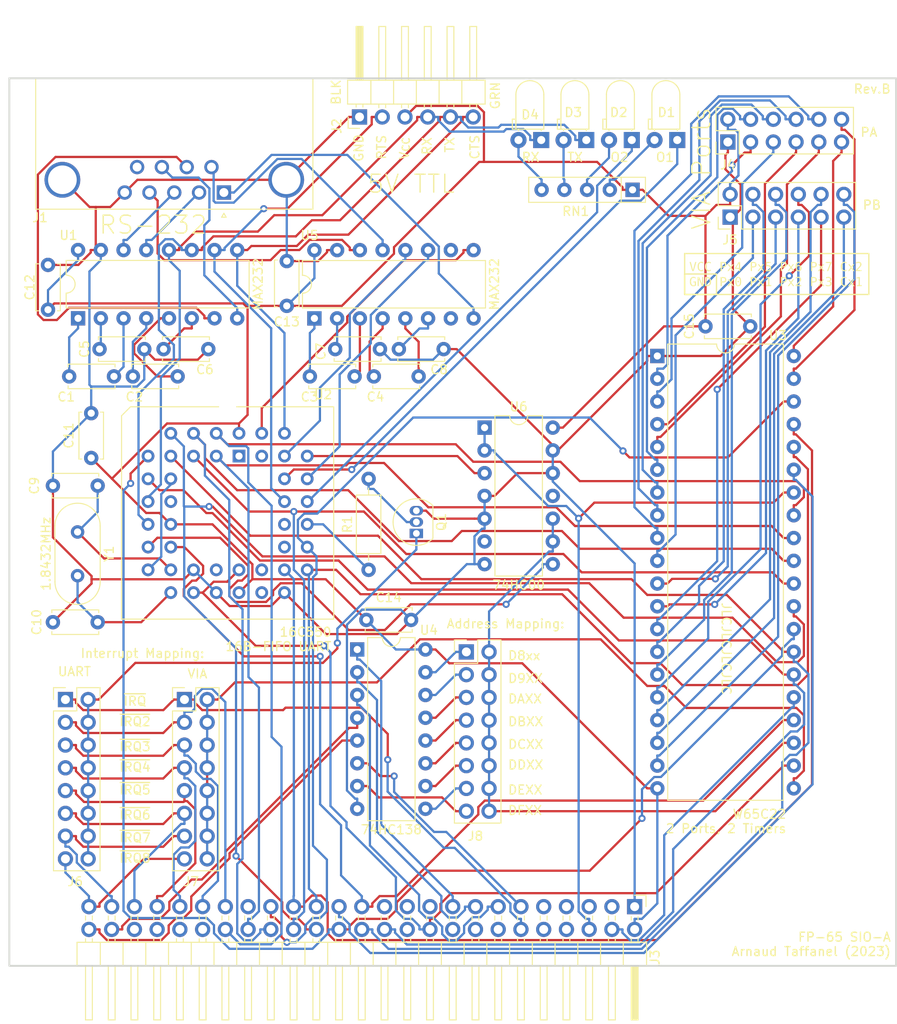
<source format=kicad_pcb>
(kicad_pcb (version 20221018) (generator pcbnew)
  (layers (0 "F.Cu" signal) (31 "B.Cu" signal) (34 "B.Paste" user) (35 "F.Paste" user) (36 "B.SilkS" user "B.Silkscreen") (37 "F.SilkS" user "F.Silkscreen") (38 "B.Mask" user) (39 "F.Mask" user) (44 "Edge.Cuts" user))
  (net 0 "")
  (net 1 "GND")
  (net 2 "/CD")
  (net 3 "/RxD")
  (net 4 "/TxD")
  (net 5 "/DTR")
  (net 6 "/DSR")
  (net 7 "/RTS")
  (net 8 "/CTS")
  (net 9 "/RI")
  (net 10 "VCC")
  (net 11 "Net-(U2-XTAL2)")
  (net 17 "Net-(U2-XTAL1)")
  (net 24 "/~{OUT1}")
  (net 25 "Net-(D1-A)")
  (net 26 "/~{OUT2}")
  (net 27 "Net-(D2-A)")
  (net 28 "Net-(D3-A)")
  (net 32 "Net-(D4-A)")
  (net 33 "/~{BUS_SEL}")
  (net 37 "/CLK")
  (net 38 "/~{IRQ}")
  (net 39 "/~{IRQ1}")
  (net 40 "/~{IRQ2}")
  (net 41 "/~{IRQ3}")
  (net 42 "/~{IRQ4}")
  (net 43 "/~{IRQ5}")
  (net 44 "/~{IRQ6}")
  (net 45 "/~{IRQ7}")
  (net 46 "/~{CTS}")
  (net 47 "/~{RTS}")
  (net 48 "/TX")
  (net 49 "/RX")
  (net 50 "/D0")
  (net 51 "/D1")
  (net 52 "/D2")
  (net 53 "/D3")
  (net 54 "/D4")
  (net 55 "/D5")
  (net 56 "/D6")
  (net 57 "/D7")
  (net 58 "/CS")
  (net 59 "/A4")
  (net 60 "/R{slash}~{W}")
  (net 61 "/A2")
  (net 62 "/A1")
  (net 63 "/A0")
  (net 64 "/UART_IRQ")
  (net 65 "/RES")
  (net 66 "/~{VIA_IRQ}")
  (net 67 "/~{CS}")
  (net 68 "/~{RES}")
  (net 69 "/A3")
  (net 70 "Net-(J8-Pin_15)")
  (net 71 "Net-(J8-Pin_13)")
  (net 72 "Net-(J8-Pin_11)")
  (net 73 "Net-(J8-Pin_9)")
  (net 74 "Net-(J8-Pin_7)")
  (net 75 "Net-(J8-Pin_5)")
  (net 76 "Net-(J8-Pin_3)")
  (net 77 "Net-(J8-Pin_1)")
  (net 78 "/A15")
  (net 79 "/A14")
  (net 80 "/A13")
  (net 81 "/A12")
  (net 82 "/A11")
  (net 83 "/A10")
  (net 84 "/A9")
  (net 85 "/A8")
  (net 86 "/A7")
  (net 87 "/A6")
  (net 88 "/A5")
  (net 89 "/~{IO_SEL}")
  (net 90 "/~{UART_IRQ}")
  (net 91 "Net-(U1-C1+)")
  (net 92 "Net-(U1-C1-)")
  (net 93 "Net-(U1-C2+)")
  (net 94 "Net-(U1-C2-)")
  (net 95 "Net-(U5-C1+)")
  (net 96 "Net-(U5-C1-)")
  (net 97 "Net-(U5-C2+)")
  (net 98 "Net-(U5-C2-)")
  (net 99 "Net-(U1-VS+)")
  (net 100 "Net-(U1-VS-)")
  (net 101 "Net-(U5-VS+)")
  (net 102 "Net-(U5-VS-)")
  (net 103 "/PA0")
  (net 104 "/PA4")
  (net 105 "/PA1")
  (net 106 "/PA5")
  (net 107 "/PA2")
  (net 108 "/PA6")
  (net 109 "/PA3")
  (net 110 "/PA7")
  (net 111 "/CA1")
  (net 112 "/CA2")
  (net 113 "/PB0")
  (net 114 "/PB4")
  (net 115 "/PB1")
  (net 116 "/PB5")
  (net 117 "/PB2")
  (net 118 "/PB6")
  (net 119 "/PB3")
  (net 120 "/PB7")
  (net 121 "/CB1")
  (net 122 "/CB2")
  (net 123 "/~{DTR}")
  (net 124 "/~{DSR}")
  (net 125 "/~{DTD}")
  (net 126 "Net-(U2-RCLK)")
  (net 128 "Net-(Q1-B)")
  (footprint "Capacitor_THT:C_Disc_D5.0mm_W2.5mm_P5.00mm" (layer "F.Cu") (at 130.556 84.074 90)
    (fp_text reference "C13")
    (fp_text value "C")
  )
  (footprint "Resistor_THT:R_Axial_DIN0207_L6.3mm_D2.5mm_P10.16mm_Horizontal" (layer "F.Cu") (at 139.7 113.538 90)
    (fp_text reference "R1")
    (fp_text value "R")
  )
  (footprint "Capacitor_THT:C_Disc_D5.0mm_W2.5mm_P5.00mm" (layer "F.Cu") (at 139.446 119.126)
    (fp_text reference "C14")
    (fp_text value "C")
  )
  (footprint "Package_DIP:DIP-16_W7.62mm" (layer "F.Cu") (at 138.43 122.428)
    (fp_text reference "U4")
    (fp_text value "74HC138")
  )
  (footprint "Connector_PinHeader_2.54mm:PinHeader_2x08_P2.54mm_Vertical" (layer "F.Cu") (at 105.83 128.016)
    (fp_text reference "J6")
    (fp_text value "Conn_02x08_Odd_Even")
  )
  (footprint "Capacitor_THT:C_Disc_D5.0mm_W2.5mm_P5.00mm" (layer "F.Cu") (at 103.886 84.502 90)
    (fp_text reference "C12")
    (fp_text value "C")
  )
  (footprint "Capacitor_THT:C_Disc_D5.0mm_W2.5mm_P5.00mm" (layer "F.Cu") (at 108.712 101.052 90)
    (fp_text reference "C11")
    (fp_text value "C")
  )
  (footprint "Connector_Dsub:DSUB-9_Male_Horizontal_P2.77x2.84mm_EdgePinOffset9.90mm_Housed_MountingHolesOffset11.32mm" (layer "F.Cu") (at 123.533 71.4223 180)
    (fp_text reference "J1")
    (fp_text value "DE9_Plug_MountingHoles")
  )
  (footprint "Crystal:Crystal_HC49-U_Vertical" (layer "F.Cu") (at 107.188 109.31 -90)
    (fp_text reference "Y1")
    (fp_text value "1.8432MHz")
  )
  (footprint "Package_LCC:PLCC-44_THT-Socket" (layer "F.Cu") (at 125.222 100.838)
    (fp_text reference "U2")
    (fp_text value "~")
  )
  (footprint "Package_DIP:DIP-40_W15.24mm" (layer "F.Cu") (at 171.953 89.667)
    (fp_text reference "U3")
    (fp_text value "W65C22NxP")
  )
  (footprint "Package_DIP:DIP-16_W7.62mm" (layer "F.Cu") (at 133.644 85.471 90)
    (fp_text reference "U5")
    (fp_text value "MAX232")
  )
  (footprint "Capacitor_THT:C_Disc_D5.0mm_W2.5mm_P5.00mm" (layer "F.Cu") (at 116.793 88.9)
    (fp_text reference "C6")
    (fp_text value "1u")
  )
  (footprint "Connector_PinHeader_2.54mm:PinHeader_2x08_P2.54mm_Vertical" (layer "F.Cu") (at 119.126 128.016)
    (fp_text reference "J7")
    (fp_text value "Conn_02x08_Odd_Even")
  )
  (footprint "Capacitor_THT:C_Disc_D5.0mm_W2.5mm_P5.00mm" (layer "F.Cu") (at 109.641 88.9)
    (fp_text reference "C5")
    (fp_text value "1u")
  )
  (footprint "Capacitor_THT:C_Disc_D5.0mm_W2.5mm_P5.00mm" (layer "F.Cu") (at 143.082 88.9)
    (fp_text reference "C8")
    (fp_text value "1u")
  )
  (footprint "Connector_PinHeader_2.54mm:PinHeader_2x25_P2.54mm_Horizontal" (layer "F.Cu") (at 169.418 151.13 -90)
    (fp_text reference "J3")
    (fp_text value "~")
  )
  (footprint "LED_THT:LED_D3.0mm_Horizontal_O1.27mm_Z2.0mm" (layer "F.Cu") (at 169.098 65.563 180)
    (fp_text reference "D2")
    (fp_text value "LED")
  )
  (footprint "LED_THT:LED_D3.0mm_Horizontal_O1.27mm_Z2.0mm" (layer "F.Cu") (at 174.178 65.563 180)
    (fp_text reference "D1")
    (fp_text value "LED")
  )
  (footprint "Capacitor_THT:C_Disc_D5.0mm_W2.5mm_P5.00mm" (layer "F.Cu") (at 140.97 88.9 180)
    (fp_text reference "C7")
    (fp_text value "1u")
  )
  (footprint "LED_THT:LED_D3.0mm_Horizontal_O1.27mm_Z2.0mm" (layer "F.Cu") (at 158.984 65.563 180)
    (fp_text reference "D4")
    (fp_text value "LED")
  )
  (footprint "Capacitor_THT:C_Disc_D5.0mm_W2.5mm_P5.00mm" (layer "F.Cu") (at 109.434 119.38 180)
    (fp_text reference "C10")
    (fp_text value "C")
  )
  (footprint "Capacitor_THT:C_Disc_D5.0mm_W2.5mm_P5.00mm" (layer "F.Cu") (at 140.288 91.948)
    (fp_text reference "C4")
    (fp_text value "1u")
  )
  (footprint "Capacitor_THT:C_Disc_D5.0mm_W2.5mm_P5.00mm" (layer "F.Cu") (at 133.136 91.948)
    (fp_text reference "C3")
    (fp_text value "1u")
  )
  (footprint "Capacitor_THT:C_Disc_D5.0mm_W2.5mm_P5.00mm" (layer "F.Cu") (at 177.332 86.36)
    (fp_text reference "C15")
    (fp_text value "C")
  )
  (footprint "Package_TO_SOT_THT:TO-92_Inline" (layer "F.Cu") (at 145.034 109.474 90)
    (fp_text reference "Q1")
    (fp_text value "BC547")
  )
  (footprint "Package_DIP:DIP-14_W7.62mm" (layer "F.Cu") (at 152.654 97.663)
    (fp_text reference "U6")
    (fp_text value "74HC00")
  )
  (footprint "LED_THT:LED_D3.0mm_Horizontal_O1.27mm_Z2.0mm" (layer "F.Cu") (at 164.018 65.563 180)
    (fp_text reference "D3")
    (fp_text value "LED")
  )
  (footprint "Capacitor_THT:C_Disc_D5.0mm_W2.5mm_P5.00mm" (layer "F.Cu") (at 113.364 91.948)
    (fp_text reference "C2")
    (fp_text value "1u")
  )
  (footprint "Capacitor_THT:C_Disc_D5.0mm_W2.5mm_P5.00mm" (layer "F.Cu") (at 109.434 104.14 180)
    (fp_text reference "C9")
    (fp_text value "C")
  )
  (footprint "Connector_PinHeader_2.54mm:PinHeader_1x06_P2.54mm_Horizontal" (layer "F.Cu") (at 138.684 62.992 90)
    (fp_text reference "J2")
    (fp_text value "Conn_01x06")
  )
  (footprint "Resistor_THT:R_Array_SIP5" (layer "F.Cu") (at 169.184 71.12 180)
    (fp_text reference "RN1")
    (fp_text value "R_Network04")
  )
  (footprint "Capacitor_THT:C_Disc_D5.0mm_W2.5mm_P5.00mm" (layer "F.Cu") (at 106.252 91.948)
    (fp_text reference "C1")
    (fp_text value "1u")
  )
  (footprint "Connector_PinHeader_2.54mm:PinHeader_2x06_P2.54mm_Vertical" (layer "F.Cu") (at 179.832 65.786 90)
    (fp_text reference "J4")
    (fp_text value "Conn_02x06_Odd_Even")
  )
  (footprint "Connector_PinHeader_2.54mm:PinHeader_2x06_P2.54mm_Vertical" (layer "F.Cu") (at 180.086 74.168 90)
    (fp_text reference "J5")
    (fp_text value "Conn_02x06_Odd_Even")
  )
  (footprint "Connector_PinHeader_2.54mm:PinHeader_2x08_P2.54mm_Vertical" (layer "F.Cu") (at 150.617 122.697)
    (fp_text reference "J8")
    (fp_text value "Conn_02x08_Odd_Even")
  )
  (footprint "Package_DIP:DIP-16_W7.62mm" (layer "F.Cu") (at 107.243 85.461 90)
    (fp_text reference "U1")
    (fp_text value "MAX232")
  )
  (gr_rect (start 175.006 78.232) (end 195.58 82.804) (stroke (width 0.15)) (fill none) (layer "F.SilkS"))
  (gr_rect (start 175.006 80.518) (end 178.562 82.804) (stroke (width 0.15)) (fill none) (layer "F.SilkS"))
  (gr_rect (start 99.568 58.674) (end 198.628 157.734) (stroke (width 0.2)) (fill none) (layer "Edge.Cuts"))
  (gr_text "~{IRQ8}" (at 111.76 146.304) (layer "F.SilkS") (effects (font (size 1 1)) (justify left bottom)))
  (gr_text "5V TTL" (at 139.446 71.628) (layer "F.SilkS") (effects (font (size 2 2)) (justify left bottom)))
  (gr_text "Interrupt Mapping:" (at 107.442 123.444) (layer "F.SilkS") (effects (font (size 1 1)) (justify left bottom)))
  (gr_text "UART" (at 104.902 125.476) (layer "F.SilkS") (effects (font (size 1 1)) (justify left bottom)))
  (gr_text "TX" (at 149.352 67.056 90) (layer "F.SilkS") (effects (font (size 1 1)) (justify left bottom)))
  (gr_text "DDXX" (at 155.194 135.89) (layer "F.SilkS") (effects (font (size 1 1)) (justify left bottom)))
  (gr_text "VCC Px4 Px5 Px6 Px7 Cx2\nGND Px0 Px1 Px2 Px3 Cx1 " (at 175.514 82.042) (layer "F.SilkS") (effects (font (size 1 1)) (justify left bottom)))
  (gr_text "~{IRQ7}" (at 111.76 144.018) (layer "F.SilkS") (effects (font (size 1 1)) (justify left bottom)))
  (gr_text "DAXX" (at 155.194 128.524) (layer "F.SilkS") (effects (font (size 1 1)) (justify left bottom)))
  (gr_text "PB" (at 194.818 73.406) (layer "F.SilkS") (effects (font (size 1 1)) (justify left bottom)))
  (gr_text "16C550\n16B-FIFO UART" (at 135.636 122.682) (layer "F.SilkS") (effects (font (size 1 1)) (justify right bottom)))
  (gr_text "PA" (at 194.564 65.278) (layer "F.SilkS") (effects (font (size 1 1)) (justify left bottom)))
  (gr_text "~{IRQ4}" (at 111.76 136.144) (layer "F.SilkS") (effects (font (size 1 1)) (justify left bottom)))
  (gr_text "~{IRQ3}" (at 111.76 133.858) (layer "F.SilkS") (effects (font (size 1 1)) (justify left bottom)))
  (gr_text "RTS" (at 141.732 67.818 90) (layer "F.SilkS") (effects (font (size 1 1)) (justify left bottom)))
  (gr_text "W65C22\n2 Ports, 2 Timers" (at 186.436 143.002) (layer "F.SilkS") (effects (font (size 1 1)) (justify right bottom)))
  (gr_text "CTS" (at 152.146 67.818 90) (layer "F.SilkS") (effects (font (size 1 1)) (justify left bottom)))
  (gr_text "DEXX" (at 155.194 138.684) (layer "F.SilkS") (effects (font (size 1 1)) (justify left bottom)))
  (gr_text "RX" (at 146.812 67.31 90) (layer "F.SilkS") (effects (font (size 1 1)) (justify left bottom)))
  (gr_text "JLCJLCJLCJLC" (at 179.07 117.094 -90) (layer "F.SilkS") (effects (font (size 1 1)) (justify left bottom)))
  (gr_text "O1" (at 171.704 68.072) (layer "F.SilkS") (effects (font (size 1 1)) (justify left bottom)))
  (gr_text "DBXX" (at 155.194 131.064) (layer "F.SilkS") (effects (font (size 1 1)) (justify left bottom)))
  (gr_text "D8xx" (at 155.194 123.698) (layer "F.SilkS") (effects (font (size 1 1)) (justify left bottom)))
  (gr_text "DCXX" (at 155.194 133.604) (layer "F.SilkS") (effects (font (size 1 1)) (justify left bottom)))
  (gr_text "RS-232" (at 109.474 76.2) (layer "F.SilkS") (effects (font (size 2 2)) (justify left bottom)))
  (gr_text "VIA Ports" (at 178.054 75.692 90) (layer "F.SilkS") (effects (font (size 2 2)) (justify left bottom)))
  (gr_text "~{IRQ2}" (at 111.76 131.064) (layer "F.SilkS") (effects (font (size 1 1)) (justify left bottom)))
  (gr_text "TX" (at 161.798 68.072) (layer "F.SilkS") (effects (font (size 1 1)) (justify left bottom)))
  (gr_text "Rev.B" (at 193.802 60.452) (layer "F.SilkS") (effects (font (size 1 1)) (justify left bottom)))
  (gr_text "~{IRQ5}" (at 111.76 138.684) (layer "F.SilkS") (effects (font (size 1 1)) (justify left bottom)))
  (gr_text "GRN" (at 154.432 62.23 90) (layer "F.SilkS") (effects (font (size 1 1)) (justify left bottom)))
  (gr_text "V_{CC}" (at 144.272 67.818 90) (layer "F.SilkS") (effects (font (size 1 1)) (justify left bottom)))
  (gr_text "BLK\n" (at 136.652 61.722 90) (layer "F.SilkS") (effects (font (size 1 1)) (justify left bottom)))
  (gr_text "Address Mapping:" (at 148.336 120.142) (layer "F.SilkS") (effects (font (size 1 1)) (justify left bottom)))
  (gr_text "FP-65 SIO-A\nArnaud Taffanel (2023)" (at 198.12 156.718) (layer "F.SilkS") (effects (font (size 1 1)) (justify right bottom)))
  (gr_text "RX" (at 156.718 68.072) (layer "F.SilkS") (effects (font (size 1 1)) (justify left bottom)))
  (gr_text "DFXX" (at 155.194 140.97) (layer "F.SilkS") (effects (font (size 1 1)) (justify left bottom)))
  (gr_text "~{IRQ}" (at 112.236191 128.778) (layer "F.SilkS") (effects (font (size 1 1)) (justify left bottom)))
  (gr_text "O2" (at 166.624 68.072) (layer "F.SilkS") (effects (font (size 1 1)) (justify left bottom)))
  (gr_text "VIA" (at 119.38 125.73) (layer "F.SilkS") (effects (font (size 1 1)) (justify left bottom)))
  (gr_text "~{IRQ6}" (at 111.76 141.478) (layer "F.SilkS") (effects (font (size 1 1)) (justify left bottom)))
  (gr_text "D9XX" (at 155.194 126.238) (layer "F.SilkS") (effects (font (size 1 1)) (justify left bottom)))
  (gr_text "GND" (at 139.192 68.072 90) (layer "F.SilkS") (effects (font (size 1 1)) (justify left bottom)))
  (segment (start 108.5297 73.039) (end 105.493 70.0023) (width 0.25) (layer "F.Cu") (net 1))
  (segment (start 108.6561 78.1227) (end 107.2768 79.502) (width 0.25) (layer "F.Cu") (net 1))
  (segment (start 114.641 88.9) (end 115.8228 90.0818) (width 0.25) (layer "F.Cu") (net 1))
  (segment (start 112.453 71.4223) (end 113.873 70.0023) (width 0.25) (layer "F.Cu") (net 1))
  (segment (start 171.953 89.667) (end 170.8261 89.667) (width 0.25) (layer "F.Cu") (net 1))
  (segment (start 128.8032 117.5768) (end 130.302 116.078) (width 0.25) (layer "F.Cu") (net 1))
  (segment (start 108.6561 77.841) (end 108.6561 78.1227) (width 0.25) (layer "F.Cu") (net 1))
  (segment (start 109.2196 77.841) (end 109.2196 73.039) (width 0.25) (layer "F.Cu") (net 1))
  (segment (start 153.7809 105.283) (end 156.3209 102.743) (width 0.25) (layer "F.Cu") (net 1))
  (segment (start 179.832 65.786) (end 179.832 66.9629) (width 0.25) (layer "F.Cu") (net 1))
  (segment (start 179.832 66.9629) (end 179.5586 67.2363) (width 0.25) (layer "F.Cu") (net 1))
  (segment (start 108.7514 114.2304) (end 108.7514 114.5914) (width 0.25) (layer "F.Cu") (net 1))
  (segment (start 152.654 107.823) (end 151.5271 107.823) (width 0.25) (layer "F.Cu") (net 1))
  (segment (start 104.434 109.913) (end 108.7514 114.2304) (width 0.25) (layer "F.Cu") (net 1))
  (segment (start 124.1808 117.5768) (end 128.8032 117.5768) (width 0.25) (layer "F.Cu") (net 1))
  (segment (start 156.3209 102.743) (end 160.274 102.743) (width 0.25) (layer "F.Cu") (net 1))
  (segment (start 142.8651 120.7069) (end 144.446 119.126) (width 0.25) (layer "F.Cu") (net 1))
  (segment (start 108.7514 115.0626) (end 104.434 119.38) (width 0.25) (layer "F.Cu") (net 1))
  (segment (start 160.274 100.203) (end 160.8375 100.203) (width 0.25) (layer "F.Cu") (net 1))
  (segment (start 112.453 71.4223) (end 110.8363 73.039) (width 0.25) (layer "F.Cu") (net 1))
  (segment (start 171.953 89.667) (end 179.025 89.667) (width 0.25) (layer "F.Cu") (net 1))
  (segment (start 134.9309 120.7069) (end 142.8651 120.7069) (width 0.25) (layer "F.Cu") (net 1))
  (segment (start 109.2196 77.841) (end 108.6561 77.841) (width 0.25) (layer "F.Cu") (net 1))
  (segment (start 181.264 70.5369) (end 181.264 73.2891) (width 0.25) (layer "F.Cu") (net 1))
  (segment (start 136.184 77.851) (end 135.0571 77.851) (width 0.25) (layer "F.Cu") (net 1))
  (segment (start 181.264 73.2891) (end 180.3851 74.168) (width 0.25) (layer "F.Cu") (net 1))
  (segment (start 120.6112 90.0818) (end 121.793 88.9) (width 0.25) (layer "F.Cu") (net 1))
  (segment (start 179.025 89.667) (end 182.332 86.36) (width 0.25) (layer "F.Cu") (net 1))
  (segment (start 130.302 116.078) (end 134.9309 120.7069) (width 0.25) (layer "F.Cu") (net 1))
  (segment (start 120.142 113.538) (end 119.0886 114.5914) (width 0.25) (layer "F.Cu") (net 1))
  (segment (start 135.0571 78.0845) (end 135.0571 77.851) (width 0.25) (layer "F.Cu") (net 1))
  (segment (start 115.8228 90.0818) (end 120.6112 90.0818) (width 0.25) (layer "F.Cu") (net 1))
  (segment (start 146.9999 107.823) (end 151.5271 107.823) (width 0.25) (layer "F.Cu") (net 1))
  (segment (start 179.5586 67.2363) (end 179.5586 68.8315) (width 0.25) (layer "F.Cu") (net 1))
  (segment (start 170.8261 90.2144) (end 160.8375 100.203) (width 0.25) (layer "F.Cu") (net 1))
  (segment (start 180.3851 84.4131) (end 182.332 86.36) (width 0.25) (layer "F.Cu") (net 1))
  (segment (start 104.434 104.14) (end 104.434 109.913) (width 0.25) (layer "F.Cu") (net 1))
  (segment (start 146.1109 106.934) (end 146.9999 107.823) (width 0.25) (layer "F.Cu") (net 1))
  (segment (start 152.654 105.283) (end 153.7809 105.283) (width 0.25) (layer "F.Cu") (net 1))
  (segment (start 109.2196 73.039) (end 108.5297 73.039) (width 0.25) (layer "F.Cu") (net 1))
  (segment (start 113.873 70.0023) (end 130.493 70.0023) (width 0.25) (layer "F.Cu") (net 1))
  (segment (start 180.3851 74.168) (end 180.3851 84.4131) (width 0.25) (layer "F.Cu") (net 1))
  (segment (start 160.8375 100.203) (end 149.5345 88.9) (width 0.25) (layer "F.Cu") (net 1))
  (segment (start 134.0676 79.074) (end 135.0571 78.0845) (width 0.25) (layer "F.Cu") (net 1))
  (segment (start 108.7514 114.5914) (end 108.7514 115.0626) (width 0.25) (layer "F.Cu") (net 1))
  (segment (start 130.493 70.0023) (end 130.4968 70.0023) (width 0.25) (layer "F.Cu") (net 1))
  (segment (start 149.5345 88.9) (end 148.082 88.9) (width 0.25) (layer "F.Cu") (net 1))
  (segment (start 179.5586 68.8315) (end 181.264 70.5369) (width 0.25) (layer "F.Cu") (net 1))
  (segment (start 170.8261 89.667) (end 170.8261 90.2144) (width 0.25) (layer "F.Cu") (net 1))
  (segment (start 110.8363 73.039) (end 109.2196 73.039) (width 0.25) (layer "F.Cu") (net 1))
  (segment (start 180.086 74.168) (end 180.3851 74.168) (width 0.25) (layer "F.Cu") (net 1))
  (segment (start 145.034 106.934) (end 146.1109 106.934) (width 0.25) (layer "F.Cu") (net 1))
  (segment (start 130.4968 70.0023) (end 137.5071 62.992) (width 0.25) (layer "F.Cu") (net 1))
  (segment (start 130.556 79.074) (end 134.0676 79.074) (width 0.25) (layer "F.Cu") (net 1))
  (segment (start 138.684 62.992) (end 137.5071 62.992) (width 0.25) (layer "F.Cu") (net 1))
  (segment (start 119.0886 114.5914) (end 108.7514 114.5914) (width 0.25) (layer "F.Cu") (net 1))
  (segment (start 122.682 116.078) (end 124.1808 117.5768) (width 0.25) (layer "F.Cu") (net 1))
  (segment (start 109.783 77.841) (end 109.2196 77.841) (width 0.25) (layer "F.Cu") (net 1))
  (segment (start 107.2768 79.502) (end 103.886 79.502) (width 0.25) (layer "F.Cu") (net 1))
  (segment (start 152.3723 108.9499) (end 151.5247 109.7975) (width 0.25) (layer "B.Cu") (net 1))
  (segment (start 113.8458 93.078) (end 114.641 92.2828) (width 0.25) (layer "B.Cu") (net 1))
  (segment (start 104.434 100.33) (end 108.712 96.052) (width 0.25) (layer "B.Cu") (net 1))
  (segment (start 160.274 102.743) (end 160.274 103.6827) (width 0.25) (layer "B.Cu") (net 1))
  (segment (start 108.712 93.078) (end 113.8458 93.078) (width 0.25) (layer "B.Cu") (net 1))
  (segment (start 146.8994 90.0826) (end 142.1526 90.0826) (width 0.25) (layer "B.Cu") (net 1))
  (segment (start 108.5137 92.8797) (end 108.712 93.078) (width 0.25) (layer "B.Cu") (net 1))
  (segment (start 138.1965 139.0811) (end 137.2806 138.1652) (width 0.25) (layer "B.Cu") (net 1))
  (segment (start 160.274 100.203) (end 160.274 102.743) (width 0.25) (layer "B.Cu") (net 1))
  (segment (start 152.654 107.823) (end 152.654 108.9499) (width 0.25) (layer "B.Cu") (net 1))
  (segment (start 109.783 78.9679) (end 108.5137 80.2372) (width 0.25) (layer "B.Cu") (net 1))
  (segment (start 114.641 92.2828) (end 114.641 88.9) (width 0.25) (layer "B.Cu") (net 1))
  (segment (start 108.5137 80.2372) (end 108.5137 92.8797) (width 0.25) (layer "B.Cu") (net 1))
  (segment (start 160.274 103.6827) (end 169.418 112.8267) (width 0.25) (layer "B.Cu") (net 1))
  (segment (start 169.418 112.8267) (end 169.418 149.9531) (width 0.25) (layer "B.Cu") (net 1))
  (segment (start 150.669 112.903) (end 151.5247 112.903) (width 0.25) (layer "B.Cu") (net 1))
  (segment (start 137.2806 119.6663) (end 138.9654 117.9815) (width 0.25) (layer "B.Cu") (net 1))
  (segment (start 138.43 140.208) (end 138.43 139.0811) (width 0.25) (layer "B.Cu") (net 1))
  (segment (start 144.446 119.126) (end 150.669 112.903) (width 0.25) (layer "B.Cu") (net 1))
  (segment (start 152.654 105.283) (end 152.654 107.823) (width 0.25) (layer "B.Cu") (net 1))
  (segment (start 138.9654 117.9815) (end 143.3015 117.9815) (width 0.25) (layer "B.Cu") (net 1))
  (segment (start 138.43 139.0811) (end 138.1965 139.0811) (width 0.25) (layer "B.Cu") (net 1))
  (segment (start 122.682 116.078) (end 120.142 113.538) (width 0.25) (layer "B.Cu") (net 1))
  (segment (start 130.556 70.0653) (end 130.493 70.0023) (width 0.25) (layer "B.Cu") (net 1))
  (segment (start 148.082 88.9) (end 146.8994 90.0826) (width 0.25) (layer "B.Cu") (net 1))
  (segment (start 143.3015 117.9815) (end 144.446 119.126) (width 0.25) (layer "B.Cu") (net 1))
  (segment (start 151.5247 109.7975) (end 151.5247 112.903) (width 0.25) (layer "B.Cu") (net 1))
  (segment (start 142.1526 90.0826) (end 140.97 88.9) (width 0.25) (layer "B.Cu") (net 1))
  (segment (start 130.556 79.074) (end 130.556 70.0653) (width 0.25) (layer "B.Cu") (net 1))
  (segment (start 151.5247 112.903) (end 152.654 112.903) (width 0.25) (layer "B.Cu") (net 1))
  (segment (start 109.783 77.841) (end 109.783 78.9679) (width 0.25) (layer "B.Cu") (net 1))
  (segment (start 152.654 108.9499) (end 152.3723 108.9499) (width 0.25) (layer "B.Cu") (net 1))
  (segment (start 108.712 96.052) (end 108.712 93.078) (width 0.25) (layer "B.Cu") (net 1))
  (segment (start 137.2806 138.1652) (end 137.2806 119.6663) (width 0.25) (layer "B.Cu") (net 1))
  (segment (start 169.418 151.13) (end 169.418 149.9531) (width 0.25) (layer "B.Cu") (net 1))
  (segment (start 104.434 104.14) (end 104.434 100.33) (width 0.25) (layer "B.Cu") (net 1))
  (segment (start 147.5401 77.44) (end 137.3224 67.2223) (width 0.25) (layer "B.Cu") (net 2))
  (segment (start 147.5401 80.4602) (end 147.5401 77.44) (width 0.25) (layer "B.Cu") (net 2))
  (segment (start 151.424 85.471) (end 151.424 84.3441) (width 0.25) (layer "B.Cu") (net 2))
  (segment (start 128.8599 67.2223) (end 124.6599 71.4223) (width 0.25) (layer "B.Cu") (net 2))
  (segment (start 137.3224 67.2223) (end 128.8599 67.2223) (width 0.25) (layer "B.Cu") (net 2))
  (segment (start 123.533 71.4223) (end 124.6599 71.4223) (width 0.25) (layer "B.Cu") (net 2))
  (segment (start 151.424 84.3441) (end 147.5401 80.4602) (width 0.25) (layer "B.Cu") (net 2))
  (segment (start 120.763 71.4223) (end 115.4712 76.7141) (width 0.25) (layer "B.Cu") (net 3))
  (segment (start 115.4712 76.7141) (end 114.863 76.7141) (width 0.25) (layer "B.Cu") (net 3))
  (segment (start 114.863 77.841) (end 114.863 76.7141) (width 0.25) (layer "B.Cu") (net 3))
  (segment (start 112.323 77.841) (end 112.323 76.7141) (width 0.25) (layer "B.Cu") (net 4))
  (segment (start 112.323 76.7141) (end 112.7012 76.7141) (width 0.25) (layer "B.Cu") (net 4))
  (segment (start 112.7012 76.7141) (end 117.993 71.4223) (width 0.25) (layer "B.Cu") (net 4))
  (segment (start 116.133 78.2274) (end 116.133 72.3323) (width 0.25) (layer "F.Cu") (net 5))
  (segment (start 133.0979 76.7077) (end 131.9646 77.841) (width 0.25) (layer "F.Cu") (net 5))
  (segment (start 116.133 72.3323) (end 115.223 71.4223) (width 0.25) (layer "F.Cu") (net 5))
  (segment (start 137.5971 77.5693) (end 136.7355 76.7077) (width 0.25) (layer "F.Cu") (net 5))
  (segment (start 129.881 77.841) (end 128.7492 78.9728) (width 0.25) (layer "F.Cu") (net 5))
  (segment (start 116.8784 78.9728) (end 116.133 78.2274) (width 0.25) (layer "F.Cu") (net 5))
  (segment (start 138.724 77.851) (end 137.5971 77.851) (width 0.25) (layer "F.Cu") (net 5))
  (segment (start 128.7492 78.9728) (end 116.8784 78.9728) (width 0.25) (layer "F.Cu") (net 5))
  (segment (start 136.7355 76.7077) (end 133.0979 76.7077) (width 0.25) (layer "F.Cu") (net 5))
  (segment (start 131.9646 77.841) (end 129.881 77.841) (width 0.25) (layer "F.Cu") (net 5))
  (segment (start 137.5971 77.851) (end 137.5971 77.5693) (width 0.25) (layer "F.Cu") (net 5))
  (segment (start 122.3874 72.3515) (end 122.3874 68.8217) (width 0.25) (layer "B.Cu") (net 6))
  (segment (start 129.5141 67.6742) (end 124.6391 72.5492) (width 0.25) (layer "B.Cu") (net 6))
  (segment (start 124.6391 72.5492) (end 122.5851 72.5492) (width 0.25) (layer "B.Cu") (net 6))
  (segment (start 132.2141 67.6742) (end 129.5141 67.6742) (width 0.25) (layer "B.Cu") (net 6))
  (segment (start 122.5851 72.5492) (end 122.3874 72.3515) (width 0.25) (layer "B.Cu") (net 6))
  (segment (start 141.264 76.7241) (end 132.2141 67.6742) (width 0.25) (layer "B.Cu") (net 6))
  (segment (start 122.3874 68.8217) (end 122.148 68.5823) (width 0.25) (layer "B.Cu") (net 6))
  (segment (start 141.264 77.851) (end 141.264 76.7241) (width 0.25) (layer "B.Cu") (net 6))
  (segment (start 102.754 85.0177) (end 102.754 69.4216) (width 0.25) (layer "F.Cu") (net 7))
  (segment (start 104.8768 85.6491) (end 103.3854 85.6491) (width 0.25) (layer "F.Cu") (net 7))
  (segment (start 121.3561 85.1793) (end 120.4724 84.2956) (width 0.25) (layer "F.Cu") (net 7))
  (segment (start 118.2474 67.4517) (end 119.378 68.5823) (width 0.25) (layer "F.Cu") (net 7))
  (segment (start 104.7239 67.4517) (end 118.2474 67.4517) (width 0.25) (layer "F.Cu") (net 7))
  (segment (start 120.4724 84.2956) (end 106.2303 84.2956) (width 0.25) (layer "F.Cu") (net 7))
  (segment (start 102.754 69.4216) (end 104.7239 67.4517) (width 0.25) (layer "F.Cu") (net 7))
  (segment (start 122.483 85.461) (end 121.3561 85.461) (width 0.25) (layer "F.Cu") (net 7))
  (segment (start 106.2303 84.2956) (end 104.8768 85.6491) (width 0.25) (layer "F.Cu") (net 7))
  (segment (start 103.3854 85.6491) (end 102.754 85.0177) (width 0.25) (layer "F.Cu") (net 7))
  (segment (start 121.3561 85.461) (end 121.3561 85.1793) (width 0.25) (layer "F.Cu") (net 7))
  (segment (start 121.9168 70.9671) (end 120.7024 69.7527) (width 0.25) (layer "B.Cu") (net 8))
  (segment (start 117.7784 69.7527) (end 116.608 68.5823) (width 0.25) (layer "B.Cu") (net 8))
  (segment (start 121.3455 80.6566) (end 121.3455 75.0775) (width 0.25) (layer "B.Cu") (net 8))
  (segment (start 120.7024 69.7527) (end 117.7784 69.7527) (width 0.25) (layer "B.Cu") (net 8))
  (segment (start 121.9168 74.5062) (end 121.9168 70.9671) (width 0.25) (layer "B.Cu") (net 8))
  (segment (start 125.023 85.461) (end 125.023 84.3341) (width 0.25) (layer "B.Cu") (net 8))
  (segment (start 125.023 84.3341) (end 121.3455 80.6566) (width 0.25) (layer "B.Cu") (net 8))
  (segment (start 121.3455 75.0775) (end 121.9168 74.5062) (width 0.25) (layer "B.Cu") (net 8))
  (segment (start 152.0554 68.0042) (end 142.534 77.5256) (width 0.25) (layer "F.Cu") (net 10))
  (segment (start 142.534 78.251) (end 136.711 84.074) (width 0.25) (layer "F.Cu") (net 10))
  (segment (start 126.3918 84.074) (end 126.1778 84.288) (width 0.25) (layer "F.Cu") (net 10))
  (segment (start 130.556 84.074) (end 126.3918 84.074) (width 0.25) (layer "F.Cu") (net 10))
  (segment (start 134.9043 114.5843) (end 139.446 119.126) (width 0.25) (layer "F.Cu") (net 10))
  (segment (start 173.219 74.0281) (end 170.3109 71.12) (width 0.25) (layer "F.Cu") (net 10))
  (segment (start 169.184 71.12) (end 170.3109 71.12) (width 0.25) (layer "F.Cu") (net 10))
  (segment (start 125.222 97.2018) (end 117.1829 97.2018) (width 0.25) (layer "F.Cu") (net 10))
  (segment (start 111.0224 103.3623) (end 114.848 107.188) (width 0.25) (layer "F.Cu") (net 10))
  (segment (start 116.332 107.188) (end 117.602 108.458) (width 0.25) (layer "F.Cu") (net 10))
  (segment (start 177.332 74.0281) (end 177.332 86.36) (width 0.25) (layer "F.Cu") (net 10))
  (segment (start 151.8858 61.7584) (end 152.5819 62.4545) (width 0.25) (layer "F.Cu") (net 10))
  (segment (start 168.0571 70.8382) (end 165.2231 68.0042) (width 0.25) (layer "F.Cu") (net 10))
  (segment (start 126.1778 84.288) (end 125.689 83.7992) (width 0.25) (layer "F.Cu") (net 10))
  (segment (start 180.086 71.628) (end 180.086 72.8049) (width 0.25) (layer "F.Cu") (net 10))
  (segment (start 125.222 97.2018) (end 125.222 98.298) (width 0.25) (layer "F.Cu") (net 10))
  (segment (start 126.1778 84.288) (end 126.1778 96.246) (width 0.25) (layer "F.Cu") (net 10))
  (segment (start 125.222 116.078) (end 126.7157 114.5843) (width 0.25) (layer "F.Cu") (net 10))
  (segment (start 126.7157 114.5843) (end 126.7157 112.9155) (width 0.25) (layer "F.Cu") (net 10))
  (segment (start 152.5819 62.4545) (end 152.5819 68.0042) (width 0.25) (layer "F.Cu") (net 10))
  (segment (start 104.5888 83.7992) (end 103.886 84.502) (width 0.25) (layer "F.Cu") (net 10))
  (segment (start 147.1769 122.428) (end 148.7159 123.967) (width 0.25) (layer "F.Cu") (net 10))
  (segment (start 126.7157 114.5843) (end 134.9043 114.5843) (width 0.25) (layer "F.Cu") (net 10))
  (segment (start 126.7157 112.9155) (end 122.2582 108.458) (width 0.25) (layer "F.Cu") (net 10))
  (segment (start 114.848 107.188) (end 116.332 107.188) (width 0.25) (layer "F.Cu") (net 10))
  (segment (start 169.184 71.12) (end 168.0571 71.12) (width 0.25) (layer "F.Cu") (net 10))
  (segment (start 152.5819 68.0042) (end 152.0554 68.0042) (width 0.25) (layer "F.Cu") (net 10))
  (segment (start 142.534 77.5256) (end 142.534 78.251) (width 0.25) (layer "F.Cu") (net 10))
  (segment (start 171.953 137.927) (end 170.8261 137.927) (width 0.25) (layer "F.Cu") (net 10))
  (segment (start 161.4009 97.663) (end 172.7039 86.36) (width 0.25) (layer "F.Cu") (net 10))
  (segment (start 165.2231 68.0042) (end 152.5819 68.0042) (width 0.25) (layer "F.Cu") (net 10))
  (segment (start 160.274 97.663) (end 161.4009 97.663) (width 0.25) (layer "F.Cu") (net 10))
  (segment (start 146.05 122.428) (end 147.1769 122.428) (width 0.25) (layer "F.Cu") (net 10))
  (segment (start 168.0571 71.12) (end 168.0571 70.8382) (width 0.25) (layer "F.Cu") (net 10))
  (segment (start 177.332 74.0281) (end 173.219 74.0281) (width 0.25) (layer "F.Cu") (net 10))
  (segment (start 108.712 101.052) (end 111.0224 103.3623) (width 0.25) (layer "F.Cu") (net 10))
  (segment (start 122.2582 108.458) (end 117.602 108.458) (width 0.25) (layer "F.Cu") (net 10))
  (segment (start 172.7039 86.36) (end 177.332 86.36) (width 0.25) (layer "F.Cu") (net 10))
  (segment (start 180.086 72.8049) (end 178.5552 72.8049) (width 0.25) (layer "F.Cu") (net 10))
  (segment (start 126.1778 96.246) (end 125.222 97.2018) (width 0.25) (layer "F.Cu") (net 10))
  (segment (start 117.1829 97.2018) (end 111.0224 103.3623) (width 0.25) (layer "F.Cu") (net 10))
  (segment (start 125.689 83.7992) (end 104.5888 83.7992) (width 0.25) (layer "F.Cu") (net 10))
  (segment (start 144.9976 61.7584) (end 151.8858 61.7584) (width 0.25) (layer "F.Cu") (net 10))
  (segment (start 143.764 62.992) (end 144.9976 61.7584) (width 0.25) (layer "F.Cu") (net 10))
  (segment (start 156.8661 123.967) (end 170.8261 137.927) (width 0.25) (layer "F.Cu") (net 10))
  (segment (start 178.5552 72.8049) (end 177.332 74.0281) (width 0.25) (layer "F.Cu") (net 10))
  (segment (start 148.7159 123.967) (end 156.8661 123.967) (width 0.25) (layer "F.Cu") (net 10))
  (segment (start 136.711 84.074) (end 130.556 84.074) (width 0.25) (layer "F.Cu") (net 10))
  (segment (start 171.953 150.7672) (end 171.953 137.927) (width 0.25) (layer "B.Cu") (net 10))
  (segment (start 179.832 63.246) (end 179.832 64.4229) (width 0.25) (layer "B.Cu") (net 10))
  (segment (start 103.886 84.502) (end 103.886 82.3249) (width 0.25) (layer "B.Cu") (net 10))
  (segment (start 169.418 152.4931) (end 170.2271 152.4931) (width 0.25) (layer "B.Cu") (net 10))
  (segment (start 180.6643 64.4229) (end 179.832 64.4229) (width 0.25) (layer "B.Cu") (net 10))
  (segment (start 181.0154 64.774) (end 180.6643 64.4229) (width 0.25) (layer "B.Cu") (net 10))
  (segment (start 180.086 70.4511) (end 181.0154 69.5217) (width 0.25) (layer "B.Cu") (net 10))
  (segment (start 146.05 122.428) (end 142.748 122.428) (width 0.25) (layer "B.Cu") (net 10))
  (segment (start 169.418 153.67) (end 169.418 152.4931) (width 0.25) (layer "B.Cu") (net 10))
  (segment (start 180.086 71.628) (end 180.086 70.4511) (width 0.25) (layer "B.Cu") (net 10))
  (segment (start 133.644 80.986) (end 133.644 77.851) (width 0.25) (layer "B.Cu") (net 10))
  (segment (start 170.2271 152.4931) (end 171.953 150.7672) (width 0.25) (layer "B.Cu") (net 10))
  (segment (start 107.243 77.841) (end 107.243 78.9679) (width 0.25) (layer "B.Cu") (net 10))
  (segment (start 130.556 84.074) (end 133.644 80.986) (width 0.25) (layer "B.Cu") (net 10))
  (segment (start 142.748 122.428) (end 139.446 119.126) (width 0.25) (layer "B.Cu") (net 10))
  (segment (start 103.886 82.3249) (end 107.243 78.9679) (width 0.25) (layer "B.Cu") (net 10))
  (segment (start 181.0154 69.5217) (end 181.0154 64.774) (width 0.25) (layer "B.Cu") (net 10))
  (segment (start 117.602 113.538) (end 116.332 112.268) (width 0.25) (layer "F.Cu") (net 11))
  (segment (start 116.332 112.268) (end 110.146 112.268) (width 0.25) (layer "F.Cu") (net 11))
  (segment (start 110.146 112.268) (end 107.188 109.31) (width 0.25) (layer "F.Cu") (net 11))
  (segment (start 109.434 107.064) (end 109.434 104.14) (width 0.25) (layer "B.Cu") (net 11))
  (segment (start 107.188 109.31) (end 109.434 107.064) (width 0.25) (layer "B.Cu") (net 11))
  (segment (start 117.602 116.078) (end 114.3 119.38) (width 0.25) (layer "F.Cu") (net 17))
  (segment (start 114.3 119.38) (end 109.434 119.38) (width 0.25) (layer "F.Cu") (net 17))
  (segment (start 107.188 114.19) (end 107.188 117.134) (width 0.25) (layer "B.Cu") (net 17))
  (segment (start 107.188 117.134) (end 109.434 119.38) (width 0.25) (layer "B.Cu") (net 17))
  (segment (start 131.3401 102.3399) (end 137.8144 102.3399) (width 0.25) (layer "F.Cu") (net 24))
  (segment (start 130.302 103.378) (end 131.3401 102.3399) (width 0.25) (layer "F.Cu") (net 24))
  (via (at 137.8144 102.3399) (size 0.8) (drill 0.4) (layers "F.Cu" "B.Cu") (net 24))
  (segment (start 174.178 68.2392) (end 170.0818 72.3354) (width 0.25) (layer "B.Cu") (net 24))
  (segment (start 167.8189 72.3354) (end 137.8144 102.3399) (width 0.25) (layer "B.Cu") (net 24))
  (segment (start 174.178 65.563) (end 174.178 68.2392) (width 0.25) (layer "B.Cu") (net 24))
  (segment (start 170.0818 72.3354) (end 167.8189 72.3354) (width 0.25) (layer "B.Cu") (net 24))
  (segment (start 167.2079 69.9931) (end 171.638 65.563) (width 0.25) (layer "B.Cu") (net 25))
  (segment (start 166.644 71.12) (end 166.644 69.9931) (width 0.25) (layer "B.Cu") (net 25))
  (segment (start 166.644 69.9931) (end 167.2079 69.9931) (width 0.25) (layer "B.Cu") (net 25))
  (segment (start 165.2309 73.6131) (end 132.926 105.918) (width 0.25) (layer "B.Cu") (net 26))
  (segment (start 169.098 66.7899) (end 165.2309 70.657) (width 0.25) (layer "B.Cu") (net 26))
  (segment (start 169.098 65.563) (end 169.098 66.7899) (width 0.25) (layer "B.Cu") (net 26))
  (segment (start 132.926 105.918) (end 132.842 105.918) (width 0.25) (layer "B.Cu") (net 26))
  (segment (start 165.2309 70.657) (end 165.2309 73.6131) (width 0.25) (layer "B.Cu") (net 26))
  (segment (start 164.104 69.9931) (end 166.558 67.5391) (width 0.25) (layer "B.Cu") (net 27))
  (segment (start 166.558 67.5391) (end 166.558 65.563) (width 0.25) (layer "B.Cu") (net 27))
  (segment (start 164.104 71.12) (end 164.104 69.9931) (width 0.25) (layer "B.Cu") (net 27))
  (segment (start 161.478 69.9071) (end 161.478 65.563) (width 0.25) (layer "B.Cu") (net 28))
  (segment (start 161.564 69.9931) (end 161.478 69.9071) (width 0.25) (layer "B.Cu") (net 28))
  (segment (start 161.564 71.12) (end 161.564 69.9931) (width 0.25) (layer "B.Cu") (net 28))
  (segment (start 156.444 67.4131) (end 156.444 65.563) (width 0.25) (layer "B.Cu") (net 32))
  (segment (start 159.024 71.12) (end 159.024 69.9931) (width 0.25) (layer "B.Cu") (net 32))
  (segment (start 159.024 69.9931) (end 156.444 67.4131) (width 0.25) (layer "B.Cu") (net 32))
  (segment (start 110.4533 154.8562) (end 109.6349 154.0378) (width 0.25) (layer "F.Cu") (net 33))
  (segment (start 137.3031 132.588) (end 136.75 132.588) (width 0.25) (layer "F.Cu") (net 33))
  (segment (start 119.888 151.5609) (end 119.0489 152.4) (width 0.25) (layer "F.Cu") (net 33))
  (segment (start 119.0489 152.4) (end 118.196 152.4) (width 0.25) (layer "F.Cu") (net 33))
  (segment (start 136.75 132.588) (end 124.1631 145.1749) (width 0.25) (layer "F.Cu") (net 33))
  (segment (start 124.1631 145.728) (end 119.888 150.0031) (width 0.25) (layer "F.Cu") (net 33))
  (segment (start 116.5689 154.8562) (end 110.4533 154.8562) (width 0.25) (layer "F.Cu") (net 33))
  (segment (start 117.3658 154.0593) (end 116.5689 154.8562) (width 0.25) (layer "F.Cu") (net 33))
  (segment (start 118.196 152.4) (end 117.3658 153.2302) (width 0.25) (layer "F.Cu") (net 33))
  (segment (start 109.6349 154.0378) (end 109.6349 153.67) (width 0.25) (layer "F.Cu") (net 33))
  (segment (start 124.1631 145.1749) (end 124.1631 145.728) (width 0.25) (layer "F.Cu") (net 33))
  (segment (start 138.43 132.588) (end 137.3031 132.588) (width 0.25) (layer "F.Cu") (net 33))
  (segment (start 119.888 150.0031) (end 119.888 151.5609) (width 0.25) (layer "F.Cu") (net 33))
  (segment (start 117.3658 153.2302) (end 117.3658 154.0593) (width 0.25) (layer "F.Cu") (net 33))
  (segment (start 108.458 153.67) (end 109.6349 153.67) (width 0.25) (layer "F.Cu") (net 33))
  (segment (start 187.193 128.8939) (end 186.9894 128.8939) (width 0.25) (layer "B.Cu") (net 37))
  (segment (start 186.9894 128.8939) (end 172.7216 143.1617) (width 0.25) (layer "B.Cu") (net 37))
  (segment (start 172.7216 152.0573) (end 169.9052 154.8737) (width 0.25) (layer "B.Cu") (net 37))
  (segment (start 169.9052 154.8737) (end 168.8908 154.8737) (width 0.25) (layer "B.Cu") (net 37))
  (segment (start 172.7216 143.1617) (end 172.7216 152.0573) (width 0.25) (layer "B.Cu") (net 37))
  (segment (start 187.193 127.767) (end 187.193 128.8939) (width 0.25) (layer "B.Cu") (net 37))
  (segment (start 166.878 153.67) (end 168.0549 153.67) (width 0.25) (layer "B.Cu") (net 37))
  (segment (start 168.8908 154.8737) (end 168.0549 154.0378) (width 0.25) (layer "B.Cu") (net 37))
  (segment (start 168.0549 154.0378) (end 168.0549 153.67) (width 0.25) (layer "B.Cu") (net 37))
  (segment (start 117.9491 128.016) (end 116.7722 129.1929) (width 0.25) (layer "F.Cu") (net 38))
  (segment (start 116.7722 129.1929) (end 107.8159 129.1929) (width 0.25) (layer "F.Cu") (net 38))
  (segment (start 130.1478 129.1929) (end 121.1119 129.1929) (width 0.25) (layer "F.Cu") (net 38))
  (segment (start 119.126 128.016) (end 120.3029 128.016) (width 0.25) (layer "F.Cu") (net 38))
  (segment (start 138.9069 128.9211) (end 130.4196 128.9211) (width 0.25) (layer "F.Cu") (net 38))
  (segment (start 141.8373 131.8515) (end 138.9069 128.9211) (width 0.25) (layer "F.Cu") (net 38))
  (segment (start 121.1119 129.1929) (end 120.3029 128.3839) (width 0.25) (layer "F.Cu") (net 38))
  (segment (start 107.8159 129.1929) (end 107.0069 128.3839) (width 0.25) (layer "F.Cu") (net 38))
  (segment (start 130.4196 128.9211) (end 130.1478 129.1929) (width 0.25) (layer "F.Cu") (net 38))
  (segment (start 119.126 128.016) (end 117.9491 128.016) (width 0.25) (layer "F.Cu") (net 38))
  (segment (start 105.83 128.016) (end 107.0069 128.016) (width 0.25) (layer "F.Cu") (net 38))
  (segment (start 141.8373 134.7277) (end 141.8373 131.8515) (width 0.25) (layer "F.Cu") (net 38))
  (segment (start 107.0069 128.3839) (end 107.0069 128.016) (width 0.25) (layer "F.Cu") (net 38))
  (segment (start 120.3029 128.3839) (end 120.3029 128.016) (width 0.25) (layer "F.Cu") (net 38))
  (via (at 141.8373 134.7277) (size 0.8) (drill 0.4) (layers "F.Cu" "B.Cu") (net 38))
  (segment (start 156.718 153.67) (end 156.718 152.4931) (width 0.25) (layer "B.Cu") (net 38))
  (segment (start 141.8255 134.7395) (end 141.8373 134.7277) (width 0.25) (layer "B.Cu") (net 38))
  (segment (start 148.105 144.5664) (end 141.8255 138.2869) (width 0.25) (layer "B.Cu") (net 38))
  (segment (start 156.3501 152.4931) (end 155.5411 151.6841) (width 0.25) (layer "B.Cu") (net 38))
  (segment (start 155.5411 150.7911) (end 149.3164 144.5664) (width 0.25) (layer "B.Cu") (net 38))
  (segment (start 149.3164 144.5664) (end 148.105 144.5664) (width 0.25) (layer "B.Cu") (net 38))
  (segment (start 141.8255 138.2869) (end 141.8255 134.7395) (width 0.25) (layer "B.Cu") (net 38))
  (segment (start 155.5411 151.6841) (end 155.5411 150.7911) (width 0.25) (layer "B.Cu") (net 38))
  (segment (start 156.718 152.4931) (end 156.3501 152.4931) (width 0.25) (layer "B.Cu") (net 38))
  (segment (start 107.0069 130.9218) (end 107.0069 130.556) (width 0.25) (layer "F.Cu") (net 39))
  (segment (start 119.126 130.556) (end 117.9491 130.556) (width 0.25) (layer "F.Cu") (net 39))
  (segment (start 107.8317 131.7466) (end 107.0069 130.9218) (width 0.25) (layer "F.Cu") (net 39))
  (segment (start 117.9491 130.556) (end 116.7585 131.7466) (width 0.25) (layer "F.Cu") (net 39))
  (segment (start 116.7585 131.7466) (end 107.8317 131.7466) (width 0.25) (layer "F.Cu") (net 39))
  (segment (start 105.83 130.556) (end 107.0069 130.556) (width 0.25) (layer "F.Cu") (net 39))
  (segment (start 121.1323 126.8001) (end 122.1946 126.8001) (width 0.25) (layer "B.Cu") (net 39))
  (segment (start 120.3029 129.0114) (end 120.3029 127.6295) (width 0.25) (layer "B.Cu") (net 39))
  (segment (start 119.126 129.3791) (end 119.9352 129.3791) (width 0.25) (layer "B.Cu") (net 39))
  (segment (start 120.3029 127.6295) (end 121.1323 126.8001) (width 0.25) (layer "B.Cu") (net 39))
  (segment (start 123.698 151.13) (end 123.698 149.9531) (width 0.25) (layer "B.Cu") (net 39))
  (segment (start 119.126 130.556) (end 119.126 129.3791) (width 0.25) (layer "B.Cu") (net 39))
  (segment (start 122.1946 126.8001) (end 123.698 128.3035) (width 0.25) (layer "B.Cu") (net 39))
  (segment (start 123.698 128.3035) (end 123.698 149.9531) (width 0.25) (layer "B.Cu") (net 39))
  (segment (start 119.9352 129.3791) (end 120.3029 129.0114) (width 0.25) (layer "B.Cu") (net 39))
  (segment (start 105.83 133.096) (end 107.0069 133.096) (width 0.25) (layer "F.Cu") (net 40))
  (segment (start 107.0069 133.4618) (end 107.0069 133.096) (width 0.25) (layer "F.Cu") (net 40))
  (segment (start 107.8317 134.2866) (end 107.0069 133.4618) (width 0.25) (layer "F.Cu") (net 40))
  (segment (start 116.7585 134.2866) (end 107.8317 134.2866) (width 0.25) (layer "F.Cu") (net 40))
  (segment (start 119.126 133.096) (end 117.9491 133.096) (width 0.25) (layer "F.Cu") (net 40))
  (segment (start 117.9491 133.096) (end 116.7585 134.2866) (width 0.25) (layer "F.Cu") (net 40))
  (segment (start 119.126 134.2729) (end 119.4918 134.2729) (width 0.25) (layer "B.Cu") (net 40))
  (segment (start 119.4918 134.2729) (end 120.396 135.1771) (width 0.25) (layer "B.Cu") (net 40))
  (segment (start 119.126 133.096) (end 119.126 134.2729) (width 0.25) (layer "B.Cu") (net 40))
  (segment (start 121.2192 136.8742) (end 122.0691 136.8742) (width 0.25) (layer "B.Cu") (net 40))
  (segment (start 122.0691 136.8742) (end 122.8726 137.6777) (width 0.25) (layer "B.Cu") (net 40))
  (segment (start 122.8726 148.2385) (end 121.158 149.9531) (width 0.25) (layer "B.Cu") (net 40))
  (segment (start 120.396 136.051) (end 121.2192 136.8742) (width 0.25) (layer "B.Cu") (net 40))
  (segment (start 122.8726 137.6777) (end 122.8726 148.2385) (width 0.25) (layer "B.Cu") (net 40))
  (segment (start 120.396 135.1771) (end 120.396 136.051) (width 0.25) (layer "B.Cu") (net 40))
  (segment (start 121.158 151.13) (end 121.158 149.9531) (width 0.25) (layer "B.Cu") (net 40))
  (segment (start 105.83 135.636) (end 107.0069 135.636) (width 0.25) (layer "F.Cu") (net 41))
  (segment (start 117.9491 135.636) (end 116.7585 136.8266) (width 0.25) (layer "F.Cu") (net 41))
  (segment (start 107.0069 136.0018) (end 107.0069 135.636) (width 0.25) (layer "F.Cu") (net 41))
  (segment (start 107.8317 136.8266) (end 107.0069 136.0018) (width 0.25) (layer "F.Cu") (net 41))
  (segment (start 119.126 135.636) (end 117.9491 135.636) (width 0.25) (layer "F.Cu") (net 41))
  (segment (start 116.7585 136.8266) (end 107.8317 136.8266) (width 0.25) (layer "F.Cu") (net 41))
  (segment (start 117.9127 149.2478) (end 117.9127 145.3348) (width 0.25) (layer "B.Cu") (net 41))
  (segment (start 117.9127 145.3348) (end 118.7215 144.526) (width 0.25) (layer "B.Cu") (net 41))
  (segment (start 120.3397 137.6608) (end 119.4918 136.8129) (width 0.25) (layer "B.Cu") (net 41))
  (segment (start 119.6102 144.526) (end 120.3397 143.7965) (width 0.25) (layer "B.Cu") (net 41))
  (segment (start 118.618 151.13) (end 118.618 149.9531) (width 0.25) (layer "B.Cu") (net 41))
  (segment (start 118.618 149.9531) (end 117.9127 149.2478) (width 0.25) (layer "B.Cu") (net 41))
  (segment (start 120.3397 143.7965) (end 120.3397 137.6608) (width 0.25) (layer "B.Cu") (net 41))
  (segment (start 119.126 135.636) (end 119.126 136.8129) (width 0.25) (layer "B.Cu") (net 41))
  (segment (start 118.7215 144.526) (end 119.6102 144.526) (width 0.25) (layer "B.Cu") (net 41))
  (segment (start 119.4918 136.8129) (end 119.126 136.8129) (width 0.25) (layer "B.Cu") (net 41))
  (segment (start 119.126 139.3514) (end 119.0314 139.446) (width 0.25) (layer "F.Cu") (net 42))
  (segment (start 116.078 151.13) (end 116.078 149.9531) (width 0.25) (layer "F.Cu") (net 42))
  (segment (start 120.342 146.2775) (end 120.342 140.2634) (width 0.25) (layer "F.Cu") (net 42))
  (segment (start 116.6664 149.9531) (end 120.342 146.2775) (width 0.25) (layer "F.Cu") (net 42))
  (segment (start 116.078 149.9531) (end 116.6664 149.9531) (width 0.25) (layer "F.Cu") (net 42))
  (segment (start 119.0314 139.446) (end 107.9111 139.446) (width 0.25) (layer "F.Cu") (net 42))
  (segment (start 105.83 138.176) (end 107.0069 138.176) (width 0.25) (layer "F.Cu") (net 42))
  (segment (start 120.342 140.2634) (end 119.43 139.3514) (width 0.25) (layer "F.Cu") (net 42))
  (segment (start 119.43 139.3514) (end 119.126 139.3514) (width 0.25) (layer "F.Cu") (net 42))
  (segment (start 119.126 138.176) (end 119.126 139.2395) (width 0.25) (layer "F.Cu") (net 42))
  (segment (start 107.0069 138.5418) (end 107.0069 138.176) (width 0.25) (layer "F.Cu") (net 42))
  (segment (start 119.126 139.2395) (end 119.126 139.3514) (width 0.25) (layer "F.Cu") (net 42))
  (segment (start 107.9111 139.446) (end 107.0069 138.5418) (width 0.25) (layer "F.Cu") (net 42))
  (segment (start 107.0069 141.0818) (end 107.0069 140.716) (width 0.25) (layer "F.Cu") (net 43))
  (segment (start 107.8317 141.9066) (end 107.0069 141.0818) (width 0.25) (layer "F.Cu") (net 43))
  (segment (start 117.9491 140.716) (end 116.7585 141.9066) (width 0.25) (layer "F.Cu") (net 43))
  (segment (start 105.83 140.716) (end 107.0069 140.716) (width 0.25) (layer "F.Cu") (net 43))
  (segment (start 116.7585 141.9066) (end 107.8317 141.9066) (width 0.25) (layer "F.Cu") (net 43))
  (segment (start 119.126 140.716) (end 117.9491 140.716) (width 0.25) (layer "F.Cu") (net 43))
  (segment (start 113.538 151.13) (end 113.538 147.1151) (width 0.25) (layer "B.Cu") (net 43))
  (segment (start 113.538 147.1151) (end 118.7602 141.8929) (width 0.25) (layer "B.Cu") (net 43))
  (segment (start 119.126 140.716) (end 119.126 141.8929) (width 0.25) (layer "B.Cu") (net 43))
  (segment (start 118.7602 141.8929) (end 119.126 141.8929) (width 0.25) (layer "B.Cu") (net 43))
  (segment (start 107.8317 144.4466) (end 107.0069 143.6218) (width 0.25) (layer "F.Cu") (net 44))
  (segment (start 107.0069 143.6218) (end 107.0069 143.256) (width 0.25) (layer "F.Cu") (net 44))
  (segment (start 117.9491 143.256) (end 116.7585 144.4466) (width 0.25) (layer "F.Cu") (net 44))
  (segment (start 105.83 143.256) (end 107.0069 143.256) (width 0.25) (layer "F.Cu") (net 44))
  (segment (start 119.126 143.256) (end 117.9491 143.256) (width 0.25) (layer "F.Cu") (net 44))
  (segment (start 116.7585 144.4466) (end 107.8317 144.4466) (width 0.25) (layer "F.Cu") (net 44))
  (segment (start 110.998 149.9531) (end 110.8509 149.9531) (width 0.25) (layer "B.Cu") (net 44))
  (segment (start 105.83 143.256) (end 105.83 144.4329) (width 0.25) (layer "B.Cu") (net 44))
  (segment (start 110.8509 149.9531) (end 107.1 146.2022) (width 0.25) (layer "B.Cu") (net 44))
  (segment (start 107.1 146.2022) (end 107.1 145.3371) (width 0.25) (layer "B.Cu") (net 44))
  (segment (start 110.998 151.13) (end 110.998 149.9531) (width 0.25) (layer "B.Cu") (net 44))
  (segment (start 107.1 145.3371) (end 106.1958 144.4329) (width 0.25) (layer "B.Cu") (net 44))
  (segment (start 106.1958 144.4329) (end 105.83 144.4329) (width 0.25) (layer "B.Cu") (net 44))
  (segment (start 109.6349 150.7642) (end 109.6349 151.13) (width 0.25) (layer "F.Cu") (net 45))
  (segment (start 114.6031 145.796) (end 109.6349 150.7642) (width 0.25) (layer "F.Cu") (net 45))
  (segment (start 119.126 145.796) (end 114.6031 145.796) (width 0.25) (layer "F.Cu") (net 45))
  (segment (start 108.458 151.13) (end 109.6349 151.13) (width 0.25) (layer "F.Cu") (net 45))
  (segment (start 108.458 149.9531) (end 105.83 147.3251) (width 0.25) (layer "B.Cu") (net 45))
  (segment (start 105.83 147.3251) (end 105.83 145.796) (width 0.25) (layer "B.Cu") (net 45))
  (segment (start 108.458 151.13) (end 108.458 149.9531) (width 0.25) (layer "B.Cu") (net 45))
  (segment (start 131.6818 77.3891) (end 126.6018 77.3891) (width 0.25) (layer "F.Cu") (net 46))
  (segment (start 151.384 62.992) (end 150.2071 62.992) (width 0.25) (layer "F.Cu") (net 46))
  (segment (start 125.023 77.841) (end 126.1499 77.841) (width 0.25) (layer "F.Cu") (net 46))
  (segment (start 150.2071 63.3598) (end 137.4423 76.1246) (width 0.25) (layer "F.Cu") (net 46))
  (segment (start 132.9463 76.1246) (end 131.6818 77.3891) (width 0.25) (layer "F.Cu") (net 46))
  (segment (start 137.4423 76.1246) (end 132.9463 76.1246) (width 0.25) (layer "F.Cu") (net 46))
  (segment (start 126.6018 77.3891) (end 126.1499 77.841) (width 0.25) (layer "F.Cu") (net 46))
  (segment (start 150.2071 62.992) (end 150.2071 63.3598) (width 0.25) (layer "F.Cu") (net 46))
  (segment (start 125.023 77.841) (end 125.023 78.9679) (width 0.25) (layer "B.Cu") (net 46))
  (segment (start 125.023 78.9679) (end 125.023 81.8287) (width 0.25) (layer "B.Cu") (net 46))
  (segment (start 125.023 81.8287) (end 130.302 87.1077) (width 0.25) (layer "B.Cu") (net 46))
  (segment (start 130.302 87.1077) (end 130.302 98.298) (width 0.25) (layer "B.Cu") (net 46))
  (segment (start 141.224 62.992) (end 140.0471 62.992) (width 0.25) (layer "F.Cu") (net 47))
  (segment (start 130.6317 73.2289) (end 127.9885 73.2289) (width 0.25) (layer "F.Cu") (net 47))
  (segment (start 140.0471 62.992) (end 140.0471 63.8135) (width 0.25) (layer "F.Cu") (net 47))
  (segment (start 140.0471 63.8135) (end 130.6317 73.2289) (width 0.25) (layer "F.Cu") (net 47))
  (via (at 127.9885 73.2289) (size 0.8) (drill 0.4) (layers "F.Cu" "B.Cu") (net 47))
  (segment (start 122.483 77.841) (end 122.483 78.9679) (width 0.25) (layer "B.Cu") (net 47))
  (segment (start 127.9885 73.2289) (end 123.6099 77.6075) (width 0.25) (layer "B.Cu") (net 47))
  (segment (start 128.8168 86.5798) (end 128.8168 104.4328) (width 0.25) (layer "B.Cu") (net 47))
  (segment (start 122.483 80.246) (end 128.8168 86.5798) (width 0.25) (layer "B.Cu") (net 47))
  (segment (start 122.483 78.9679) (end 122.483 80.246) (width 0.25) (layer "B.Cu") (net 47))
  (segment (start 128.8168 104.4328) (end 130.302 105.918) (width 0.25) (layer "B.Cu") (net 47))
  (segment (start 122.483 77.841) (end 123.6099 77.841) (width 0.25) (layer "B.Cu") (net 47))
  (segment (start 123.6099 77.6075) (end 123.6099 77.841) (width 0.25) (layer "B.Cu") (net 47))
  (segment (start 133.369 74.517) (end 131.571 76.315) (width 0.25) (layer "F.Cu") (net 48))
  (segment (start 131.571 76.315) (end 122.3624 76.315) (width 0.25) (layer "F.Cu") (net 48))
  (segment (start 147.6671 62.992) (end 147.6671 63.3598) (width 0.25) (layer "F.Cu") (net 48))
  (segment (start 121.0699 77.6075) (end 121.0699 77.841) (width 0.25) (layer "F.Cu") (net 48))
  (segment (start 122.3624 76.315) (end 121.0699 77.6075) (width 0.25) (layer "F.Cu") (net 48))
  (segment (start 119.943 77.841) (end 121.0699 77.841) (width 0.25) (layer "F.Cu") (net 48))
  (segment (start 148.844 62.992) (end 147.6671 62.992) (width 0.25) (layer "F.Cu") (net 48))
  (segment (start 136.5099 74.517) (end 133.369 74.517) (width 0.25) (layer "F.Cu") (net 48))
  (segment (start 147.6671 63.3598) (end 136.5099 74.517) (width 0.25) (layer "F.Cu") (net 48))
  (segment (start 113.9961 93.9123) (end 113.9961 107.3921) (width 0.25) (layer "B.Cu") (net 48))
  (segment (start 164.018 65.563) (end 162.7911 65.563) (width 0.25) (layer "B.Cu") (net 48))
  (segment (start 116.9856 76.6365) (end 116.269 77.3531) (width 0.25) (layer "B.Cu") (net 48))
  (segment (start 117.9433 88.4264) (end 117.9433 89.9651) (width 0.25) (layer "B.Cu") (net 48))
  (segment (start 154.2025 64.1693) (end 150.8304 64.1693) (width 0.25) (layer "B.Cu") (net 48))
  (segment (start 148.844 62.992) (end 150.0209 62.992) (width 0.25) (layer "B.Cu") (net 48))
  (segment (start 117.9433 89.9651) (end 113.9961 93.9123) (width 0.25) (layer "B.Cu") (net 48))
  (segment (start 116.269 77.3531) (end 116.269 86.7521) (width 0.25) (layer "B.Cu") (net 48))
  (segment (start 150.8304 64.1693) (end 150.0209 63.3598) (width 0.25) (layer "B.Cu") (net 48))
  (segment (start 116.269 86.7521) (end 117.9433 88.4264) (width 0.25) (layer "B.Cu") (net 48))
  (segment (start 119.943 77.841) (end 118.8161 77.841) (width 0.25) (layer "B.Cu") (net 48))
  (segment (start 150.0209 63.3598) (end 150.0209 62.992) (width 0.25) (layer "B.Cu") (net 48))
  (segment (start 113.9961 107.3921) (end 115.062 108.458) (width 0.25) (layer "B.Cu") (net 48))
  (segment (start 161.5524 63.8642) (end 154.5076 63.8642) (width 0.25) (layer "B.Cu") (net 48))
  (segment (start 162.7911 65.1029) (end 161.5524 63.8642) (width 0.25) (layer "B.Cu") (net 48))
  (segment (start 118.8161 77.841) (end 118.8161 77.6075) (width 0.25) (layer "B.Cu") (net 48))
  (segment (start 154.5076 63.8642) (end 154.2025 64.1693) (width 0.25) (layer "B.Cu") (net 48))
  (segment (start 117.8451 76.6365) (end 116.9856 76.6365) (width 0.25) (layer "B.Cu") (net 48))
  (segment (start 118.8161 77.6075) (end 117.8451 76.6365) (width 0.25) (layer "B.Cu") (net 48))
  (segment (start 162.7911 65.563) (end 162.7911 65.1029) (width 0.25) (layer "B.Cu") (net 48))
  (segment (start 117.403 77.841) (end 118.5299 77.841) (width 0.25) (layer "F.Cu") (net 49))
  (segment (start 134.5326 73.9543) (end 129.1544 73.9543) (width 0.25) (layer "F.Cu") (net 49))
  (segment (start 145.1271 63.3598) (end 134.5326 73.9543) (width 0.25) (layer "F.Cu") (net 49))
  (segment (start 120.3548 75.7826) (end 118.5299 77.6075) (width 0.25) (layer "F.Cu") (net 49))
  (segment (start 127.3261 75.7826) (end 120.3548 75.7826) (width 0.25) (layer "F.Cu") (net 49))
  (segment (start 145.1271 62.992) (end 145.1271 63.3598) (width 0.25) (layer "F.Cu") (net 49))
  (segment (start 118.5299 77.6075) (end 118.5299 77.841) (width 0.25) (layer "F.Cu") (net 49))
  (segment (start 146.304 62.992) (end 145.1271 62.992) (width 0.25) (layer "F.Cu") (net 49))
  (segment (start 129.1544 73.9543) (end 127.3261 75.7826) (width 0.25) (layer "F.Cu") (net 49))
  (segment (start 118.5974 80.1623) (end 118.5974 89.9501) (width 0.25) (layer "B.Cu") (net 49))
  (segment (start 146.304 62.992) (end 147.4809 62.992) (width 0.25) (layer "B.Cu") (net 49))
  (segment (start 116.4913 104.009) (end 115.062 105.4383) (width 0.25) (layer "B.Cu") (net 49))
  (segment (start 117.403 78.9679) (end 118.5974 80.1623) (width 0.25) (layer "B.Cu") (net 49))
  (segment (start 147.4809 62.992) (end 147.4809 63.3598) (width 0.25) (layer "B.Cu") (net 49))
  (segment (start 157.7571 65.1028) (end 157.7571 65.563) (width 0.25) (layer "B.Cu") (net 49))
  (segment (start 154.7949 64.6212) (end 155.08 64.3361) (width 0.25) (layer "B.Cu") (net 49))
  (segment (start 116.4913 92.0562) (end 116.4913 104.009) (width 0.25) (layer "B.Cu") (net 49))
  (segment (start 118.5974 89.9501) (end 116.4913 92.0562) (width 0.25) (layer "B.Cu") (net 49))
  (segment (start 156.9904 64.3361) (end 157.7571 65.1028) (width 0.25) (layer "B.Cu") (net 49))
  (segment (start 155.08 64.3361) (end 156.9904 64.3361) (width 0.25) (layer "B.Cu") (net 49))
  (segment (start 115.062 105.4383) (end 115.062 105.918) (width 0.25) (layer "B.Cu") (net 49))
  (segment (start 117.403 77.841) (end 117.403 78.9679) (width 0.25) (layer "B.Cu") (net 49))
  (segment (start 147.4809 63.3598) (end 148.7423 64.6212) (width 0.25) (layer "B.Cu") (net 49))
  (segment (start 148.7423 64.6212) (end 154.7949 64.6212) (width 0.25) (layer "B.Cu") (net 49))
  (segment (start 158.984 65.563) (end 157.7571 65.563) (width 0.25) (layer "B.Cu") (net 49))
  (segment (start 187.4265 106.3201) (end 187.193 106.3201) (width 0.25) (layer "F.Cu") (net 50))
  (segment (start 161.1294 101.473) (end 163.2934 103.637) (width 0.25) (layer "F.Cu") (net 50))
  (segment (start 187.524 103.637) (end 188.3221 104.4351) (width 0.25) (layer "F.Cu") (net 50))
  (segment (start 149.4352 99.5203) (end 151.3879 101.473) (width 0.25) (layer "F.Cu") (net 50))
  (segment (start 187.193 107.447) (end 187.193 106.3201) (width 0.25) (layer "F.Cu") (net 50))
  (segment (start 163.2934 103.637) (end 187.524 103.637) (width 0.25) (layer "F.Cu") (net 50))
  (segment (start 151.3879 101.473) (end 161.1294 101.473) (width 0.25) (layer "F.Cu") (net 50))
  (segment (start 122.682 98.298) (end 123.9043 99.5203) (width 0.25) (layer "F.Cu") (net 50))
  (segment (start 188.3221 104.4351) (end 188.3221 105.4245) (width 0.25) (layer "F.Cu") (net 50))
  (segment (start 188.3221 105.4245) (end 187.4265 106.3201) (width 0.25) (layer "F.Cu") (net 50))
  (segment (start 123.9043 99.5203) (end 149.4352 99.5203) (width 0.25) (layer "F.Cu") (net 50))
  (segment (start 129.9704 133.2883) (end 129.9704 154.165) (width 0.25) (layer "B.Cu") (net 50))
  (segment (start 128.8044 155.331) (end 125.359 155.331) (width 0.25) (layer "B.Cu") (net 50))
  (segment (start 126.2601 99.973) (end 126.2601 103.7792) (width 0.25) (layer "B.Cu") (net 50))
  (segment (start 122.682 98.298) (end 124.1113 99.7273) (width 0.25) (layer "B.Cu") (net 50))
  (segment (start 128.8645 106.3836) (end 128.8645 132.1824) (width 0.25) (layer "B.Cu") (net 50))
  (segment (start 125.359 155.331) (end 123.698 153.67) (width 0.25) (layer "B.Cu") (net 50))
  (segment (start 126.2601 103.7792) (end 128.8645 106.3836) (width 0.25) (layer "B.Cu") (net 50))
  (segment (start 124.1113 99.7273) (end 126.0144 99.7273) (width 0.25) (layer "B.Cu") (net 50))
  (segment (start 129.9704 154.165) (end 128.8044 155.331) (width 0.25) (layer "B.Cu") (net 50))
  (segment (start 126.0144 99.7273) (end 126.2601 99.973) (width 0.25) (layer "B.Cu") (net 50))
  (segment (start 128.8645 132.1824) (end 129.9704 133.2883) (width 0.25) (layer "B.Cu") (net 50))
  (segment (start 122.682 100.838) (end 123.7201 101.8761) (width 0.25) (layer "F.Cu") (net 51))
  (segment (start 137.4672 101.6112) (end 141.4272 101.6112) (width 0.25) (layer "F.Cu") (net 51))
  (segment (start 160.6645 106.553) (end 162.7561 108.6446) (width 0.25) (layer "F.Cu") (net 51))
  (segment (start 187.193 109.987) (end 186.0661 109.987) (width 0.25) (layer "F.Cu") (net 51))
  (segment (start 184.7237 108.6446) (end 186.0661 109.987) (width 0.25) (layer "F.Cu") (net 51))
  (segment (start 146.369 106.553) (end 160.6645 106.553) (width 0.25) (layer "F.Cu") (net 51))
  (segment (start 141.4272 101.6112) (end 146.369 106.553) (width 0.25) (layer "F.Cu") (net 51))
  (segment (start 123.7201 101.8761) (end 137.2023 101.8761) (width 0.25) (layer "F.Cu") (net 51))
  (segment (start 162.7561 108.6446) (end 184.7237 108.6446) (width 0.25) (layer "F.Cu") (net 51))
  (segment (start 137.2023 101.8761) (end 137.4672 101.6112) (width 0.25) (layer "F.Cu") (net 51))
  (segment (start 127.448 151.6509) (end 126.6058 152.4931) (width 0.25) (layer "B.Cu") (net 51))
  (segment (start 126.238 153.67) (end 126.238 152.4931) (width 0.25) (layer "B.Cu") (net 51))
  (segment (start 126.2796 125.5025) (end 127.448 126.6709) (width 0.25) (layer "B.Cu") (net 51))
  (segment (start 127.448 126.6709) (end 127.448 151.6509) (width 0.25) (layer "B.Cu") (net 51))
  (segment (start 122.682 100.8402) (end 126.2796 104.4378) (width 0.25) (layer "B.Cu") (net 51))
  (segment (start 122.682 100.838) (end 122.682 100.8402) (width 0.25) (layer "B.Cu") (net 51))
  (segment (start 126.2796 104.4378) (end 126.2796 125.5025) (width 0.25) (layer "B.Cu") (net 51))
  (segment (start 126.6058 152.4931) (end 126.238 152.4931) (width 0.25) (layer "B.Cu") (net 51))
  (segment (start 184.7237 111.1846) (end 186.0661 112.527) (width 0.25) (layer "F.Cu") (net 52))
  (segment (start 120.142 98.298) (end 121.412 99.568) (width 0.25) (layer "F.Cu") (net 52))
  (segment (start 137.424 104.648) (end 143.1019 110.3259) (width 0.25) (layer "F.Cu") (net 52))
  (segment (start 161.2907 109.2017) (end 163.2736 111.1846) (width 0.25) (layer "F.Cu") (net 52))
  (segment (start 121.412 99.568) (end 121.412 101.0441) (width 0.25) (layer "F.Cu") (net 52))
  (segment (start 121.412 101.0441) (end 125.0159 104.648) (width 0.25) (layer "F.Cu") (net 52))
  (segment (start 150.1096 109.2017) (end 161.2907 109.2017) (width 0.25) (layer "F.Cu") (net 52))
  (segment (start 187.193 112.527) (end 186.0661 112.527) (width 0.25) (layer "F.Cu") (net 52))
  (segment (start 125.0159 104.648) (end 137.424 104.648) (width 0.25) (layer "F.Cu") (net 52))
  (segment (start 148.9854 110.3259) (end 150.1096 109.2017) (width 0.25) (layer "F.Cu") (net 52))
  (segment (start 163.2736 111.1846) (end 184.7237 111.1846) (width 0.25) (layer "F.Cu") (net 52))
  (segment (start 143.1019 110.3259) (end 148.9854 110.3259) (width 0.25) (layer "F.Cu") (net 52))
  (segment (start 127.6011 154.0378) (end 126.762 154.8769) (width 0.25) (layer "B.Cu") (net 52))
  (segment (start 125.0228 146.3711) (end 125.6169 145.777) (width 0.25) (layer "B.Cu") (net 52))
  (segment (start 124.1347 116.4587) (end 124.1347 105.7386) (width 0.25) (layer "B.Cu") (net 52))
  (segment (start 125.6169 117.9409) (end 124.1347 116.4587) (width 0.25) (layer "B.Cu") (net 52))
  (segment (start 128.778 153.67) (end 127.6011 153.67) (width 0.25) (layer "B.Cu") (net 52))
  (segment (start 124.1347 105.7386) (end 121.412 103.0159) (width 0.25) (layer "B.Cu") (net 52))
  (segment (start 125.6169 145.777) (end 125.6169 117.9409) (width 0.25) (layer "B.Cu") (net 52))
  (segment (start 121.412 103.0159) (end 121.412 99.568) (width 0.25) (layer "B.Cu") (net 52))
  (segment (start 127.6011 153.67) (end 127.6011 154.0378) (width 0.25) (layer "B.Cu") (net 52))
  (segment (start 121.412 99.568) (end 120.142 98.298) (width 0.25) (layer "B.Cu") (net 52))
  (segment (start 125.7761 154.8769) (end 125.0228 154.1236) (width 0.25) (layer "B.Cu") (net 52))
  (segment (start 126.762 154.8769) (end 125.7761 154.8769) (width 0.25) (layer "B.Cu") (net 52))
  (segment (start 125.0228 154.1236) (end 125.0228 146.3711) (width 0.25) (layer "B.Cu") (net 52))
  (segment (start 161.4571 111.7697) (end 143.9066 111.7697) (width 0.25) (layer "F.Cu") (net 53))
  (segment (start 163.5017 113.8143) (end 161.4571 111.7697) (width 0.25) (layer "F.Cu") (net 53))
  (segment (start 186.0661 115.067) (end 184.8134 113.8143) (width 0.25) (layer "F.Cu") (net 53))
  (segment (start 187.193 115.067) (end 186.0661 115.067) (width 0.25) (layer "F.Cu") (net 53))
  (segment (start 126.3353 107.0313) (end 120.142 100.838) (width 0.25) (layer "F.Cu") (net 53))
  (segment (start 143.9066 111.7697) (end 139.1682 107.0313) (width 0.25) (layer "F.Cu") (net 53))
  (segment (start 184.8134 113.8143) (end 163.5017 113.8143) (width 0.25) (layer "F.Cu") (net 53))
  (segment (start 139.1682 107.0313) (end 131.3453 107.0313) (width 0.25) (layer "F.Cu") (net 53))
  (segment (start 131.3453 107.0313) (end 126.3353 107.0313) (width 0.25) (layer "F.Cu") (net 53))
  (via (at 131.3453 107.0313) (size 0.8) (drill 0.4) (layers "F.Cu" "B.Cu") (net 53))
  (segment (start 131.6859 152.4931) (end 131.318 152.4931) (width 0.25) (layer "B.Cu") (net 53))
  (segment (start 131.318 153.67) (end 131.318 152.4931) (width 0.25) (layer "B.Cu") (net 53))
  (segment (start 132.4949 151.6841) (end 131.6859 152.4931) (width 0.25) (layer "B.Cu") (net 53))
  (segment (start 132.4949 114.6796) (end 132.4949 151.6841) (width 0.25) (layer "B.Cu") (net 53))
  (segment (start 131.3453 113.53) (end 132.4949 114.6796) (width 0.25) (layer "B.Cu") (net 53))
  (segment (start 131.3453 107.0313) (end 131.3453 113.53) (width 0.25) (layer "B.Cu") (net 53))
  (segment (start 180.353 118.877) (end 185.3193 123.8433) (width 0.25) (layer "F.Cu") (net 54))
  (segment (start 130.048 150.6339) (end 124.89 145.4759) (width 0.25) (layer "F.Cu") (net 54))
  (segment (start 188.3221 119.6295) (end 187.4265 118.7339) (width 0.25) (layer "F.Cu") (net 54))
  (segment (start 185.3193 123.8433) (end 187.6315 123.8433) (width 0.25) (layer "F.Cu") (net 54))
  (segment (start 188.3221 123.1527) (end 188.3221 119.6295) (width 0.25) (layer "F.Cu") (net 54))
  (segment (start 164.343 115.0303) (end 168.1897 118.877) (width 0.25) (layer "F.Cu") (net 54))
  (segment (start 168.1897 118.877) (end 180.353 118.877) (width 0.25) (layer "F.Cu") (net 54))
  (segment (start 144.4721 115.0303) (end 164.343 115.0303) (width 0.25) (layer "F.Cu") (net 54))
  (segment (start 127.8383 112.0361) (end 141.4779 112.0361) (width 0.25) (layer "F.Cu") (net 54))
  (segment (start 187.6315 123.8433) (end 188.3221 123.1527) (width 0.25) (layer "F.Cu") (net 54))
  (segment (start 141.4779 112.0361) (end 144.4721 115.0303) (width 0.25) (layer "F.Cu") (net 54))
  (segment (start 131.8721 152.4931) (end 130.9967 152.4931) (width 0.25) (layer "F.Cu") (net 54))
  (segment (start 130.048 151.5444) (end 130.048 150.6339) (width 0.25) (layer "F.Cu") (net 54))
  (segment (start 133.858 153.67) (end 132.6811 153.67) (width 0.25) (layer "F.Cu") (net 54))
  (segment (start 132.6811 153.67) (end 132.6811 153.3021) (width 0.25) (layer "F.Cu") (net 54))
  (segment (start 130.9967 152.4931) (end 130.048 151.5444) (width 0.25) (layer "F.Cu") (net 54))
  (segment (start 121.8766 106.4732) (end 122.2754 106.4732) (width 0.25) (layer "F.Cu") (net 54))
  (segment (start 187.4265 118.7339) (end 187.193 118.7339) (width 0.25) (layer "F.Cu") (net 54))
  (segment (start 132.6811 153.3021) (end 131.8721 152.4931) (width 0.25) (layer "F.Cu") (net 54))
  (segment (start 187.193 117.607) (end 187.193 118.7339) (width 0.25) (layer "F.Cu") (net 54))
  (segment (start 122.2754 106.4732) (end 127.8383 112.0361) (width 0.25) (layer "F.Cu") (net 54))
  (via (at 121.8766 106.4732) (size 0.8) (drill 0.4) (layers "F.Cu" "B.Cu") (net 54))
  (via (at 124.89 145.4759) (size 0.8) (drill 0.4) (layers "F.Cu" "B.Cu") (net 54))
  (segment (start 124.89 122.294) (end 119.1039 116.5079) (width 0.25) (layer "B.Cu") (net 54))
  (segment (start 119.1039 116.5079) (end 119.1039 106.4747) (width 0.25) (layer "B.Cu") (net 54))
  (segment (start 119.0598 106.4276) (end 119.1054 106.4732) (width 0.25) (layer "B.Cu") (net 54))
  (segment (start 124.89 145.4759) (end 124.89 122.294) (width 0.25) (layer "B.Cu") (net 54))
  (segment (start 119.0598 99.7558) (end 119.0598 106.4276) (width 0.25) (layer "B.Cu") (net 54))
  (segment (start 117.602 98.298) (end 119.0598 99.7558) (width 0.25) (layer "B.Cu") (net 54))
  (segment (start 119.1039 106.4747) (end 119.1054 106.4732) (width 0.25) (layer "B.Cu") (net 54))
  (segment (start 119.1054 106.4732) (end 121.8766 106.4732) (width 0.25) (layer "B.Cu") (net 54))
  (segment (start 138.3839 152.4931) (end 141.8158 152.4931) (width 0.25) (layer "F.Cu") (net 55))
  (segment (start 113.1111 102.7889) (end 115.062 100.838) (width 0.25) (layer "F.Cu") (net 55))
  (segment (start 164.3998 147.1165) (end 170.2391 141.2772) (width 0.25) (layer "F.Cu") (net 55))
  (segment (start 142.8411 150.6425) (end 146.3671 147.1165) (width 0.25) (layer "F.Cu") (net 55))
  (segment (start 113.1111 103.888) (end 113.1111 102.7889) (width 0.25) (layer "F.Cu") (net 55))
  (segment (start 141.8158 152.4931) (end 142.8411 151.4678) (width 0.25) (layer "F.Cu") (net 55))
  (segment (start 137.5749 153.67) (end 137.5749 153.3021) (width 0.25) (layer "F.Cu") (net 55))
  (segment (start 136.398 153.67) (end 137.5749 153.67) (width 0.25) (layer "F.Cu") (net 55))
  (segment (start 142.8411 151.4678) (end 142.8411 150.6425) (width 0.25) (layer "F.Cu") (net 55))
  (segment (start 146.3671 147.1165) (end 164.3998 147.1165) (width 0.25) (layer "F.Cu") (net 55))
  (segment (start 137.5749 153.3021) (end 138.3839 152.4931) (width 0.25) (layer "F.Cu") (net 55))
  (via (at 113.1111 103.888) (size 0.8) (drill 0.4) (layers "F.Cu" "B.Cu") (net 55))
  (via (at 170.2391 141.2772) (size 0.8) (drill 0.4) (layers "F.Cu" "B.Cu") (net 55))
  (segment (start 122.428 154.1041) (end 124.1578 155.8339) (width 0.25) (layer "B.Cu") (net 55))
  (segment (start 185.8989 122.3345) (end 186.9595 121.2739) (width 0.25) (layer "B.Cu") (net 55))
  (segment (start 112.3204 104.6787) (end 112.3204 151.6133) (width 0.25) (layer "B.Cu") (net 55))
  (segment (start 172.3549 136.657) (end 185.8989 123.113) (width 0.25) (layer "B.Cu") (net 55))
  (segment (start 112.3204 151.6133) (end 113.1071 152.4) (width 0.25) (layer "B.Cu") (net 55))
  (segment (start 135.2211 154.0378) (end 135.2211 153.67) (width 0.25) (layer "B.Cu") (net 55))
  (segment (start 122.428 153.1988) (end 122.428 154.1041) (width 0.25) (layer "B.Cu") (net 55))
  (segment (start 171.61 136.657) (end 172.3549 136.657) (width 0.25) (layer "B.Cu") (net 55))
  (segment (start 121.6292 152.4) (end 122.428 153.1988) (width 0.25) (layer "B.Cu") (net 55))
  (segment (start 136.398 153.67) (end 135.2211 153.67) (width 0.25) (layer "B.Cu") (net 55))
  (segment (start 170.2391 141.2772) (end 170.2391 138.0279) (width 0.25) (layer "B.Cu") (net 55))
  (segment (start 133.425 155.8339) (end 135.2211 154.0378) (width 0.25) (layer "B.Cu") (net 55))
  (segment (start 170.2391 138.0279) (end 171.61 136.657) (width 0.25) (layer "B.Cu") (net 55))
  (segment (start 187.193 120.147) (end 187.193 121.2739) (width 0.25) (layer "B.Cu") (net 55))
  (segment (start 186.9595 121.2739) (end 187.193 121.2739) (width 0.25) (layer "B.Cu") (net 55))
  (segment (start 124.1578 155.8339) (end 133.425 155.8339) (width 0.25) (layer "B.Cu") (net 55))
  (segment (start 185.8989 123.113) (end 185.8989 122.3345) (width 0.25) (layer "B.Cu") (net 55))
  (segment (start 113.1071 152.4) (end 121.6292 152.4) (width 0.25) (layer "B.Cu") (net 55))
  (segment (start 113.1111 103.888) (end 112.3204 104.6787) (width 0.25) (layer "B.Cu") (net 55))
  (segment (start 187.193 122.687) (end 186.0661 122.687) (width 0.25) (layer "F.Cu") (net 56))
  (segment (start 140.7444 109.728) (end 126.492 109.728) (width 0.25) (layer "F.Cu") (net 56))
  (segment (start 169.069 114.5784) (end 145.5948 114.5784) (width 0.25) (layer "F.Cu") (net 56))
  (segment (start 126.492 109.728) (end 117.602 100.838) (width 0.25) (layer "F.Cu") (net 56))
  (segment (start 186.0661 122.687) (end 179.7161 116.337) (width 0.25) (layer "F.Cu") (net 56))
  (segment (start 179.7161 116.337) (end 170.8276 116.337) (width 0.25) (layer "F.Cu") (net 56))
  (segment (start 145.5948 114.5784) (end 140.7444 109.728) (width 0.25) (layer "F.Cu") (net 56))
  (segment (start 170.8276 116.337) (end 169.069 114.5784) (width 0.25) (layer "F.Cu") (net 56))
  (segment (start 140.1149 154.0358) (end 140.1149 153.67) (width 0.25) (layer "B.Cu") (net 56))
  (segment (start 187.4747 123.8139) (end 188.8332 125.1724) (width 0.25) (layer "B.Cu") (net 56))
  (segment (start 187.193 122.687) (end 187.193 123.8139) (width 0.25) (layer "B.Cu") (net 56))
  (segment (start 187.193 123.8139) (end 187.4747 123.8139) (width 0.25) (layer "B.Cu") (net 56))
  (segment (start 185.9071 140.1501) (end 170.212 155.8452) (width 0.25) (layer "B.Cu") (net 56))
  (segment (start 188.8332 132.8369) (end 187.483 134.1871) (width 0.25) (layer "B.Cu") (net 56))
  (segment (start 186.7392 134.1871) (end 185.9071 135.0192) (width 0.25) (layer "B.Cu") (net 56))
  (segment (start 185.9071 135.0192) (end 185.9071 140.1501) (width 0.25) (layer "B.Cu") (net 56))
  (segment (start 188.8332 125.1724) (end 188.8332 132.8369) (width 0.25) (layer "B.Cu") (net 56))
  (segment (start 187.483 134.1871) (end 186.7392 134.1871) (width 0.25) (layer "B.Cu") (net 56))
  (segment (start 138.938 153.67) (end 140.1149 153.67) (width 0.25) (layer "B.Cu") (net 56))
  (segment (start 141.9243 155.8452) (end 140.1149 154.0358) (width 0.25) (layer "B.Cu") (net 56))
  (segment (start 170.212 155.8452) (end 141.9243 155.8452) (width 0.25) (layer "B.Cu") (net 56))
  (segment (start 182.2539 121.417) (end 167.6537 121.417) (width 0.25) (layer "F.Cu") (net 57))
  (segment (start 186.0661 125.227) (end 186.0639 125.227) (width 0.25) (layer "F.Cu") (net 57))
  (segment (start 116.332 104.648) (end 115.062 103.378) (width 0.25) (layer "F.Cu") (net 57))
  (segment (start 186.0639 125.227) (end 182.2539 121.417) (width 0.25) (layer "F.Cu") (net 57))
  (segment (start 121.5756 107.2001) (end 119.0235 104.648) (width 0.25) (layer "F.Cu") (net 57))
  (segment (start 187.193 125.227) (end 186.0661 125.227) (width 0.25) (layer "F.Cu") (net 57))
  (segment (start 136.3508 112.4999) (end 127.5569 112.4999) (width 0.25) (layer "F.Cu") (net 57))
  (segment (start 122.2571 107.2001) (end 121.5756 107.2001) (width 0.25) (layer "F.Cu") (net 57))
  (segment (start 161.9787 115.742) (end 139.5929 115.742) (width 0.25) (layer "F.Cu") (net 57))
  (segment (start 127.5569 112.4999) (end 122.2571 107.2001) (width 0.25) (layer "F.Cu") (net 57))
  (segment (start 119.0235 104.648) (end 116.332 104.648) (width 0.25) (layer "F.Cu") (net 57))
  (segment (start 167.6537 121.417) (end 161.9787 115.742) (width 0.25) (layer "F.Cu") (net 57))
  (segment (start 139.5929 115.742) (end 136.3508 112.4999) (width 0.25) (layer "F.Cu") (net 57))
  (segment (start 173.7228 144.7057) (end 186.8515 131.577) (width 0.25) (layer "B.Cu") (net 57))
  (segment (start 188.3499 130.812) (end 188.3499 127.2773) (width 0.25) (layer "B.Cu") (net 57))
  (segment (start 188.3499 127.2773) (end 187.4265 126.3539) (width 0.25) (layer "B.Cu") (net 57))
  (segment (start 186.8515 131.577) (end 187.5849 131.577) (width 0.25) (layer "B.Cu") (net 57))
  (segment (start 143.9758 155.3587) (end 170.0593 155.3587) (width 0.25) (layer "B.Cu") (net 57))
  (segment (start 187.4265 126.3539) (end 187.193 126.3539) (width 0.25) (layer "B.Cu") (net 57))
  (segment (start 173.7228 151.6952) (end 173.7228 144.7057) (width 0.25) (layer "B.Cu") (net 57))
  (segment (start 170.0593 155.3587) (end 173.7228 151.6952) (width 0.25) (layer "B.Cu") (net 57))
  (segment (start 142.6549 153.67) (end 142.6549 154.0378) (width 0.25) (layer "B.Cu") (net 57))
  (segment (start 187.193 125.227) (end 187.193 126.3539) (width 0.25) (layer "B.Cu") (net 57))
  (segment (start 141.478 153.67) (end 142.6549 153.67) (width 0.25) (layer "B.Cu") (net 57))
  (segment (start 142.6549 154.0378) (end 143.9758 155.3587) (width 0.25) (layer "B.Cu") (net 57))
  (segment (start 187.5849 131.577) (end 188.3499 130.812) (width 0.25) (layer "B.Cu") (net 57))
  (segment (start 123.1119 109.9562) (end 116.1038 109.9562) (width 0.25) (layer "F.Cu") (net 58))
  (segment (start 132.2532 115.038) (end 129.8663 115.038) (width 0.25) (layer "F.Cu") (net 58))
  (segment (start 116.1038 109.9562) (end 115.062 110.998) (width 0.25) (layer "F.Cu") (net 58))
  (segment (start 126.2621 113.1064) (end 123.1119 109.9562) (width 0.25) (layer "F.Cu") (net 58))
  (segment (start 124.7906 117.1197) (end 124.1521 116.4812) (width 0.25) (layer "F.Cu") (net 58))
  (segment (start 124.1521 116.4812) (end 124.1521 115.6756) (width 0.25) (layer "F.Cu") (net 58))
  (segment (start 137.4684 120.2532) (end 132.2532 115.038) (width 0.25) (layer "F.Cu") (net 58))
  (segment (start 125.0898 114.7379) (end 125.5525 114.7379) (width 0.25) (layer "F.Cu") (net 58))
  (segment (start 126.2621 114.0283) (end 126.2621 113.1064) (width 0.25) (layer "F.Cu") (net 58))
  (segment (start 124.1521 115.6756) (end 125.0898 114.7379) (width 0.25) (layer "F.Cu") (net 58))
  (segment (start 128.2498 117.1197) (end 124.7906 117.1197) (width 0.25) (layer "F.Cu") (net 58))
  (segment (start 155.0583 117.3854) (end 144.3893 117.3854) (width 0.25) (layer "F.Cu") (net 58))
  (segment (start 129.032 116.3375) (end 128.2498 117.1197) (width 0.25) (layer "F.Cu") (net 58))
  (segment (start 129.8663 115.038) (end 129.032 115.8723) (width 0.25) (layer "F.Cu") (net 58))
  (segment (start 141.5215 120.2532) (end 137.4684 120.2532) (width 0.25) (layer "F.Cu") (net 58))
  (segment (start 144.3893 117.3854) (end 141.5215 120.2532) (width 0.25) (layer "F.Cu") (net 58))
  (segment (start 125.5525 114.7379) (end 126.2621 114.0283) (width 0.25) (layer "F.Cu") (net 58))
  (segment (start 129.032 115.8723) (end 129.032 116.3375) (width 0.25) (layer "F.Cu") (net 58))
  (via (at 155.0583 117.3854) (size 0.8) (drill 0.4) (layers "F.Cu" "B.Cu") (net 58))
  (segment (start 160.274 112.903) (end 159.1471 112.903) (width 0.25) (layer "B.Cu") (net 58))
  (segment (start 159.1471 112.903) (end 159.1471 113.2966) (width 0.25) (layer "B.Cu") (net 58))
  (segment (start 159.1471 113.2966) (end 155.0583 117.3854) (width 0.25) (layer "B.Cu") (net 58))
  (segment (start 187.193 130.307) (end 186.0661 130.307) (width 0.25) (layer "F.Cu") (net 59))
  (segment (start 121.2131 113.961) (end 121.2131 113.0922) (width 0.25) (layer "F.Cu") (net 59))
  (segment (start 142.8454 149.9531) (end 140.9239 149.9531) (width 0.25) (layer "F.Cu") (net 59))
  (segment (start 140.1149 150.7621) (end 140.1149 151.13) (width 0.25) (layer "F.Cu") (net 59))
  (segment (start 138.938 151.13) (end 140.1149 151.13) (width 0.25) (layer "F.Cu") (net 59))
  (segment (start 134.2845 123.1924) (end 125.776 123.1924) (width 0.25) (layer "F.Cu") (net 59))
  (segment (start 186.0661 130.307) (end 177.0829 139.2902) (width 0.25) (layer "F.Cu") (net 59))
  (segment (start 120.4362 114.7379) (end 121.2131 113.961) (width 0.25) (layer "F.Cu") (net 59))
  (segment (start 152.676 139.2902) (end 151.9532 140.013) (width 0.25) (layer "F.Cu") (net 59))
  (segment (start 119.0531 116.4695) (end 119.0531 115.6707) (width 0.25) (layer "F.Cu") (net 59))
  (segment (start 125.776 123.1924) (end 119.0531 116.4695) (width 0.25) (layer "F.Cu") (net 59))
  (segment (start 119.9859 114.7379) (end 120.4362 114.7379) (width 0.25) (layer "F.Cu") (net 59))
  (segment (start 177.0829 139.2902) (end 152.676 139.2902) (width 0.25) (layer "F.Cu") (net 59))
  (segment (start 140.9239 149.9531) (end 140.1149 150.7621) (width 0.25) (layer "F.Cu") (net 59))
  (segment (start 151.9532 140.013) (end 151.9532 140.8453) (width 0.25) (layer "F.Cu") (net 59))
  (segment (start 121.2131 113.0922) (end 119.1189 110.998) (width 0.25) (layer "F.Cu") (net 59))
  (segment (start 151.9532 140.8453) (end 142.8454 149.9531) (width 0.25) (layer "F.Cu") (net 59))
  (segment (start 119.0531 115.6707) (end 119.9859 114.7379) (width 0.25) (layer "F.Cu") (net 59))
  (segment (start 119.1189 110.998) (end 117.602 110.998) (width 0.25) (layer "F.Cu") (net 59))
  (via (at 134.2845 123.1924) (size 0.8) (drill 0.4) (layers "F.Cu" "B.Cu") (net 59))
  (segment (start 134.2845 139.7019) (end 134.2845 123.1924) (width 0.25) (layer "B.Cu") (net 59))
  (segment (start 138.938 151.13) (end 138.938 149.9531) (width 0.25) (layer "B.Cu") (net 59))
  (segment (start 138.938 149.9531) (end 136.6224 147.6375) (width 0.25) (layer "B.Cu") (net 59))
  (segment (start 136.6224 147.6375) (end 136.6224 142.0398) (width 0.25) (layer "B.Cu") (net 59))
  (segment (start 136.6224 142.0398) (end 134.2845 139.7019) (width 0.25) (layer "B.Cu") (net 59))
  (segment (start 127.0817 122.0168) (end 121.1584 116.0935) (width 0.25) (layer "F.Cu") (net 60))
  (segment (start 147.7349 151.6841) (end 147.7349 150.8119) (width 0.25) (layer "F.Cu") (net 60))
  (segment (start 121.1429 116.078) (end 121.1584 116.0935) (width 0.25) (layer "F.Cu") (net 60))
  (segment (start 134.7124 122.0168) (end 127.0817 122.0168) (width 0.25) (layer "F.Cu") (net 60))
  (segment (start 123.897 114.863) (end 125.222 113.538) (width 0.25) (layer "F.Cu") (net 60))
  (segment (start 147.7349 150.8119) (end 148.9197 149.6271) (width 0.25) (layer "F.Cu") (net 60))
  (segment (start 120.142 116.078) (end 121.1429 116.078) (width 0.25) (layer "F.Cu") (net 60))
  (segment (start 146.558 153.67) (end 146.558 152.4931) (width 0.25) (layer "F.Cu") (net 60))
  (segment (start 123.897 114.8631) (end 123.897 114.863) (width 0.25) (layer "F.Cu") (net 60))
  (segment (start 146.9259 152.4931) (end 147.7349 151.6841) (width 0.25) (layer "F.Cu") (net 60))
  (segment (start 187.193 135.387) (end 186.0661 135.387) (width 0.25) (layer "F.Cu") (net 60))
  (segment (start 121.1584 116.0935) (end 122.3888 114.8631) (width 0.25) (layer "F.Cu") (net 60))
  (segment (start 148.9197 149.6271) (end 171.826 149.6271) (width 0.25) (layer "F.Cu") (net 60))
  (segment (start 171.826 149.6271) (end 186.0661 135.387) (width 0.25) (layer "F.Cu") (net 60))
  (segment (start 122.3888 114.8631) (end 123.897 114.8631) (width 0.25) (layer "F.Cu") (net 60))
  (segment (start 146.558 152.4931) (end 146.9259 152.4931) (width 0.25) (layer "F.Cu") (net 60))
  (via (at 134.7124 122.0168) (size 0.8) (drill 0.4) (layers "F.Cu" "B.Cu") (net 60))
  (segment (start 142.748 151.5609) (end 142.748 147.8471) (width 0.25) (layer "B.Cu") (net 60))
  (segment (start 137.2334 141.6934) (end 135.4408 139.9008) (width 0.25) (layer "B.Cu") (net 60))
  (segment (start 145.3811 153.67) (end 145.3811 153.3021) (width 0.25) (layer "B.Cu") (net 60))
  (segment (start 135.4408 122.7452) (end 134.7124 122.0168) (width 0.25) (layer "B.Cu") (net 60))
  (segment (start 137.2334 142.3325) (end 137.2334 141.6934) (width 0.25) (layer "B.Cu") (net 60))
  (segment (start 142.748 147.8471) (end 137.2334 142.3325) (width 0.25) (layer "B.Cu") (net 60))
  (segment (start 146.558 153.67) (end 145.3811 153.67) (width 0.25) (layer "B.Cu") (net 60))
  (segment (start 144.5721 152.4931) (end 143.6802 152.4931) (width 0.25) (layer "B.Cu") (net 60))
  (segment (start 143.6802 152.4931) (end 142.748 151.5609) (width 0.25) (layer "B.Cu") (net 60))
  (segment (start 145.3811 153.3021) (end 144.5721 152.4931) (width 0.25) (layer "B.Cu") (net 60))
  (segment (start 135.4408 139.9008) (end 135.4408 122.7452) (width 0.25) (layer "B.Cu") (net 60))
  (segment (start 187.193 100.9539) (end 187.4265 100.9539) (width 0.25) (layer "F.Cu") (net 61))
  (segment (start 138.7952 116.2594) (end 136.0738 113.538) (width 0.25) (layer "F.Cu") (net 61))
  (segment (start 188.7755 125.254) (end 187.6322 126.3973) (width 0.25) (layer "F.Cu") (net 61))
  (segment (start 161.3254 116.2594) (end 138.7952 116.2594) (width 0.25) (layer "F.Cu") (net 61))
  (segment (start 187.4265 100.9539) (end 188.7755 102.3029) (width 0.25) (layer "F.Cu") (net 61))
  (segment (start 136.0738 113.538) (end 132.842 113.538) (width 0.25) (layer "F.Cu") (net 61))
  (segment (start 187.193 99.827) (end 187.193 100.9539) (width 0.25) (layer "F.Cu") (net 61))
  (segment (start 188.7755 102.3029) (end 188.7755 125.254) (width 0.25) (layer "F.Cu") (net 61))
  (segment (start 187.6322 126.3973) (end 174.7291 126.3973) (width 0.25) (layer "F.Cu") (net 61))
  (segment (start 174.7291 126.3973) (end 172.2888 123.957) (width 0.25) (layer "F.Cu") (net 61))
  (segment (start 169.023 123.957) (end 161.3254 116.2594) (width 0.25) (layer "F.Cu") (net 61))
  (segment (start 172.2888 123.957) (end 169.023 123.957) (width 0.25) (layer "F.Cu") (net 61))
  (segment (start 133.858 149.9531) (end 133.0304 149.1255) (width 0.25) (layer "B.Cu") (net 61))
  (segment (start 133.0304 113.7264) (end 132.842 113.538) (width 0.25) (layer "B.Cu") (net 61))
  (segment (start 133.858 151.13) (end 133.858 149.9531) (width 0.25) (layer "B.Cu") (net 61))
  (segment (start 133.0304 149.1255) (end 133.0304 113.7264) (width 0.25) (layer "B.Cu") (net 61))
  (segment (start 135.8711 154.8627) (end 171.8768 154.8627) (width 0.25) (layer "F.Cu") (net 62))
  (segment (start 187.4265 98.4139) (end 187.193 98.4139) (width 0.25) (layer "F.Cu") (net 62))
  (segment (start 134.3816 149.8912) (end 135.128 150.6376) (width 0.25) (layer "F.Cu") (net 62))
  (segment (start 132.4949 150.7622) (end 133.3659 149.8912) (width 0.25) (layer "F.Cu") (net 62))
  (segment (start 131.318 151.13) (end 132.4949 151.13) (width 0.25) (layer "F.Cu") (net 62))
  (segment (start 171.8768 154.8627) (end 189.2316 137.5079) (width 0.25) (layer "F.Cu") (net 62))
  (segment (start 187.193 97.287) (end 187.193 98.4139) (width 0.25) (layer "F.Cu") (net 62))
  (segment (start 189.2316 137.5079) (end 189.2316 100.219) (width 0.25) (layer "F.Cu") (net 62))
  (segment (start 189.2316 100.219) (end 187.4265 98.4139) (width 0.25) (layer "F.Cu") (net 62))
  (segment (start 135.128 150.6376) (end 135.128 154.1196) (width 0.25) (layer "F.Cu") (net 62))
  (segment (start 132.4949 151.13) (end 132.4949 150.7622) (width 0.25) (layer "F.Cu") (net 62))
  (segment (start 133.3659 149.8912) (end 134.3816 149.8912) (width 0.25) (layer "F.Cu") (net 62))
  (segment (start 135.128 154.1196) (end 135.8711 154.8627) (width 0.25) (layer "F.Cu") (net 62))
  (segment (start 130.302 113.538) (end 131.3468 114.5828) (width 0.25) (layer "B.Cu") (net 62))
  (segment (start 131.318 151.13) (end 131.318 149.9531) (width 0.25) (layer "B.Cu") (net 62))
  (segment (start 131.3468 149.9243) (end 131.318 149.9531) (width 0.25) (layer "B.Cu") (net 62))
  (segment (start 131.3468 114.5828) (end 131.3468 149.9243) (width 0.25) (layer "B.Cu") (net 62))
  (segment (start 128.778 151.13) (end 128.778 152.3069) (width 0.25) (layer "F.Cu") (net 63))
  (segment (start 128.778 152.3069) (end 129.1459 152.3069) (width 0.25) (layer "F.Cu") (net 63))
  (segment (start 129.9549 153.1159) (end 129.9549 154.487) (width 0.25) (layer "F.Cu") (net 63))
  (segment (start 168.8449 100.9928) (end 179.8203 100.9928) (width 0.25) (layer "F.Cu") (net 63))
  (segment (start 168.1153 100.2632) (end 168.8449 100.9928) (width 0.25) (layer "F.Cu") (net 63))
  (segment (start 129.1459 152.3069) (end 129.9549 153.1159) (width 0.25) (layer "F.Cu") (net 63))
  (segment (start 179.8203 100.9928) (end 186.0661 94.747) (width 0.25) (layer "F.Cu") (net 63))
  (segment (start 129.9549 154.487) (end 130.5749 155.107) (width 0.25) (layer "F.Cu") (net 63))
  (segment (start 187.193 94.747) (end 186.0661 94.747) (width 0.25) (layer "F.Cu") (net 63))
  (via (at 130.5749 155.107) (size 0.8) (drill 0.4) (layers "F.Cu" "B.Cu") (net 63))
  (via (at 168.1153 100.2632) (size 0.8) (drill 0.4) (layers "F.Cu" "B.Cu") (net 63))
  (segment (start 164.3882 96.5361) (end 168.1153 100.2632) (width 0.25) (layer "B.Cu") (net 63))
  (segment (start 133.4823 144.3247) (end 133.4823 114.3658) (width 0.25) (layer "B.Cu") (net 63))
  (segment (start 134.2889 152.4) (end 135.0387 151.6502) (width 0.25) (layer "B.Cu") (net 63))
  (segment (start 133.4823 114.3658) (end 133.8801 113.968) (width 0.25) (layer "B.Cu") (net 63))
  (segment (start 131.8006 107.9615) (end 132.5007 107.2614) (width 0.25) (layer "B.Cu") (net 63))
  (segment (start 135.0387 145.8811) (end 133.4823 144.3247) (width 0.25) (layer "B.Cu") (net 63))
  (segment (start 133.8801 113.968) (end 133.8801 112.0361) (width 0.25) (layer "B.Cu") (net 63))
  (segment (start 132.6209 154.0612) (end 132.6209 153.2227) (width 0.25) (layer "B.Cu") (net 63))
  (segment (start 135.0387 151.6502) (end 135.0387 145.8811) (width 0.25) (layer "B.Cu") (net 63))
  (segment (start 133.9607 107.2614) (end 144.686 96.5361) (width 0.25) (layer "B.Cu") (net 63))
  (segment (start 132.842 110.998) (end 131.8006 109.9566) (width 0.25) (layer "B.Cu") (net 63))
  (segment (start 132.5007 107.2614) (end 133.9607 107.2614) (width 0.25) (layer "B.Cu") (net 63))
  (segment (start 144.686 96.5361) (end 164.3882 96.5361) (width 0.25) (layer "B.Cu") (net 63))
  (segment (start 132.6209 153.2227) (end 133.4436 152.4) (width 0.25) (layer "B.Cu") (net 63))
  (segment (start 131.5751 155.107) (end 132.6209 154.0612) (width 0.25) (layer "B.Cu") (net 63))
  (segment (start 130.5749 155.107) (end 131.5751 155.107) (width 0.25) (layer "B.Cu") (net 63))
  (segment (start 131.8006 109.9566) (end 131.8006 107.9615) (width 0.25) (layer "B.Cu") (net 63))
  (segment (start 133.8801 112.0361) (end 132.842 110.998) (width 0.25) (layer "B.Cu") (net 63))
  (segment (start 133.4436 152.4) (end 134.2889 152.4) (width 0.25) (layer "B.Cu") (net 63))
  (segment (start 132.842 108.458) (end 134.62 108.458) (width 0.25) (layer "B.Cu") (net 64))
  (segment (start 134.62 108.458) (end 139.7 113.538) (width 0.25) (layer "B.Cu") (net 64))
  (segment (start 149.6221 100.838) (end 132.842 100.838) (width 0.25) (layer "F.Cu") (net 65))
  (segment (start 151.5271 102.743) (end 149.6221 100.838) (width 0.25) (layer "F.Cu") (net 65))
  (segment (start 152.654 102.743) (end 151.5271 102.743) (width 0.25) (layer "F.Cu") (net 65))
  (segment (start 140.6267 126.1008) (end 145.4366 121.2909) (width 0.25) (layer "F.Cu") (net 66))
  (segment (start 124.7581 126.1008) (end 140.6267 126.1008) (width 0.25) (layer "F.Cu") (net 66))
  (segment (start 188.3219 135.9529) (end 187.4747 136.8001) (width 0.25) (layer "F.Cu") (net 66))
  (segment (start 187.193 137.927) (end 187.193 136.8001) (width 0.25) (layer "F.Cu") (net 66))
  (segment (start 165.6197 121.2909) (end 170.8258 126.497) (width 0.25) (layer "F.Cu") (net 66))
  (segment (start 187.4979 128.9509) (end 188.3219 129.7749) (width 0.25) (layer "F.Cu") (net 66))
  (segment (start 175.187 128.9509) (end 187.4979 128.9509) (width 0.25) (layer "F.Cu") (net 66))
  (segment (start 188.3219 129.7749) (end 188.3219 135.9529) (width 0.25) (layer "F.Cu") (net 66))
  (segment (start 187.4747 136.8001) (end 187.193 136.8001) (width 0.25) (layer "F.Cu") (net 66))
  (segment (start 170.8258 126.497) (end 172.7331 126.497) (width 0.25) (layer "F.Cu") (net 66))
  (segment (start 145.4366 121.2909) (end 165.6197 121.2909) (width 0.25) (layer "F.Cu") (net 66))
  (segment (start 121.666 128.016) (end 122.8429 128.016) (width 0.25) (layer "F.Cu") (net 66))
  (segment (start 122.8429 128.016) (end 124.7581 126.1008) (width 0.25) (layer "F.Cu") (net 66))
  (segment (start 121.666 138.176) (end 121.666 135.636) (width 0.25) (layer "F.Cu") (net 66))
  (segment (start 172.7331 126.497) (end 175.187 128.9509) (width 0.25) (layer "F.Cu") (net 66))
  (segment (start 121.666 135.636) (end 121.666 133.096) (width 0.25) (layer "B.Cu") (net 66))
  (segment (start 121.666 130.556) (end 121.666 128.016) (width 0.25) (layer "B.Cu") (net 66))
  (segment (start 121.666 145.796) (end 121.666 143.256) (width 0.25) (layer "B.Cu") (net 66))
  (segment (start 121.666 133.096) (end 121.666 130.556) (width 0.25) (layer "B.Cu") (net 66))
  (segment (start 121.666 140.716) (end 121.666 138.176) (width 0.25) (layer "B.Cu") (net 66))
  (segment (start 121.666 143.256) (end 121.666 140.716) (width 0.25) (layer "B.Cu") (net 66))
  (segment (start 178.4361 140.477) (end 154.3339 140.477) (width 0.25) (layer "F.Cu") (net 67))
  (segment (start 186.0661 132.847) (end 178.4361 140.477) (width 0.25) (layer "F.Cu") (net 67))
  (segment (start 153.157 140.477) (end 154.3339 140.477) (width 0.25) (layer "F.Cu") (net 67))
  (segment (start 187.193 132.847) (end 186.0661 132.847) (width 0.25) (layer "F.Cu") (net 67))
  (segment (start 153.157 127.777) (end 153.157 125.237) (width 0.25) (layer "B.Cu") (net 67))
  (segment (start 153.157 140.477) (end 153.157 137.937) (width 0.25) (layer "B.Cu") (net 67))
  (segment (start 160.274 107.823) (end 160.274 110.363) (width 0.25) (layer "B.Cu") (net 67))
  (segment (start 160.274 111.4899) (end 159.8514 111.4899) (width 0.25) (layer "B.Cu") (net 67))
  (segment (start 153.157 125.237) (end 153.157 122.697) (width 0.25) (layer "B.Cu") (net 67))
  (segment (start 153.157 137.937) (end 153.157 135.397) (width 0.25) (layer "B.Cu") (net 67))
  (segment (start 160.274 110.363) (end 160.274 111.4899) (width 0.25) (layer "B.Cu") (net 67))
  (segment (start 153.157 135.397) (end 153.157 132.857) (width 0.25) (layer "B.Cu") (net 67))
  (segment (start 153.157 130.317) (end 153.157 127.777) (width 0.25) (layer "B.Cu") (net 67))
  (segment (start 159.8514 111.4899) (end 153.157 118.1843) (width 0.25) (layer "B.Cu") (net 67))
  (segment (start 153.157 118.1843) (end 153.157 122.697) (width 0.25) (layer "B.Cu") (net 67))
  (segment (start 153.157 132.857) (end 153.157 130.317) (width 0.25) (layer "B.Cu") (net 67))
  (segment (start 164.9187 106.0339) (end 163.1611 107.7915) (width 0.25) (layer "F.Cu") (net 68))
  (segment (start 186.0661 104.907) (end 184.9392 106.0339) (width 0.25) (layer "F.Cu") (net 68))
  (segment (start 187.193 104.907) (end 186.0661 104.907) (width 0.25) (layer "F.Cu") (net 68))
  (segment (start 184.9392 106.0339) (end 164.9187 106.0339) (width 0.25) (layer "F.Cu") (net 68))
  (via (at 163.1611 107.7915) (size 0.8) (drill 0.4) (layers "F.Cu" "B.Cu") (net 68))
  (segment (start 161.7795 106.4099) (end 163.1611 107.7915) (width 0.25) (layer "B.Cu") (net 68))
  (segment (start 153.7809 100.203) (end 153.7809 100.4365) (width 0.25) (layer "B.Cu") (net 68))
  (segment (start 163.9701 152.4931) (end 163.1611 151.6841) (width 0.25) (layer "B.Cu") (net 68))
  (segment (start 152.654 100.203) (end 152.654 97.663) (width 0.25) (layer "B.Cu") (net 68))
  (segment (start 159.7543 106.4099) (end 161.7795 106.4099) (width 0.25) (layer "B.Cu") (net 68))
  (segment (start 163.1611 151.6841) (end 163.1611 107.7915) (width 0.25) (layer "B.Cu") (net 68))
  (segment (start 164.338 152.4931) (end 163.9701 152.4931) (width 0.25) (layer "B.Cu") (net 68))
  (segment (start 164.338 153.67) (end 164.338 152.4931) (width 0.25) (layer "B.Cu") (net 68))
  (segment (start 153.7809 100.4365) (end 159.7543 106.4099) (width 0.25) (layer "B.Cu") (net 68))
  (segment (start 152.654 100.203) (end 153.7809 100.203) (width 0.25) (layer "B.Cu") (net 68))
  (segment (start 137.5749 153.1159) (end 137.5749 153.988) (width 0.25) (layer "B.Cu") (net 69))
  (segment (start 170.4641 156.3017) (end 189.2871 137.4787) (width 0.25) (layer "B.Cu") (net 69))
  (segment (start 187.4265 103.4939) (end 187.193 103.4939) (width 0.25) (layer "B.Cu") (net 69))
  (segment (start 136.398 152.3069) (end 136.7659 152.3069) (width 0.25) (layer "B.Cu") (net 69))
  (segment (start 189.2871 137.4787) (end 189.2871 105.3545) (width 0.25) (layer "B.Cu") (net 69))
  (segment (start 187.193 102.367) (end 187.193 103.4939) (width 0.25) (layer "B.Cu") (net 69))
  (segment (start 136.398 151.13) (end 136.398 152.3069) (width 0.25) (layer "B.Cu") (net 69))
  (segment (start 136.7659 152.3069) (end 137.5749 153.1159) (width 0.25) (layer "B.Cu") (net 69))
  (segment (start 137.5749 153.988) (end 139.8886 156.3017) (width 0.25) (layer "B.Cu") (net 69))
  (segment (start 139.8886 156.3017) (end 170.4641 156.3017) (width 0.25) (layer "B.Cu") (net 69))
  (segment (start 189.2871 105.3545) (end 187.4265 103.4939) (width 0.25) (layer "B.Cu") (net 69))
  (segment (start 140.8269 138.938) (end 139.5569 137.668) (width 0.25) (layer "F.Cu") (net 70))
  (segment (start 149.4401 140.477) (end 147.9011 138.938) (width 0.25) (layer "F.Cu") (net 70))
  (segment (start 138.43 137.668) (end 139.5569 137.668) (width 0.25) (layer "F.Cu") (net 70))
  (segment (start 147.9011 138.938) (end 140.8269 138.938) (width 0.25) (layer "F.Cu") (net 70))
  (segment (start 150.617 140.477) (end 149.4401 140.477) (width 0.25) (layer "F.Cu") (net 70))
  (segment (start 149.4401 137.9448) (end 147.1769 140.208) (width 0.25) (layer "B.Cu") (net 71))
  (segment (start 146.05 140.208) (end 147.1769 140.208) (width 0.25) (layer "B.Cu") (net 71))
  (segment (start 149.4401 137.937) (end 149.4401 137.9448) (width 0.25) (layer "B.Cu") (net 71))
  (segment (start 150.617 137.937) (end 149.4401 137.937) (width 0.25) (layer "B.Cu") (net 71))
  (segment (start 149.4401 135.397) (end 147.1769 137.6602) (width 0.25) (layer "F.Cu") (net 72))
  (segment (start 150.617 135.397) (end 149.4401 135.397) (width 0.25) (layer "F.Cu") (net 72))
  (segment (start 146.05 137.668) (end 147.1769 137.668) (width 0.25) (layer "F.Cu") (net 72))
  (segment (start 147.1769 137.6602) (end 147.1769 137.668) (width 0.25) (layer "F.Cu") (net 72))
  (segment (start 150.617 132.857) (end 149.4401 132.857) (width 0.25) (layer "F.Cu") (net 73))
  (segment (start 147.1769 135.128) (end 149.4401 132.8648) (width 0.25) (layer "F.Cu") (net 73))
  (segment (start 149.4401 132.8648) (end 149.4401 132.857) (width 0.25) (layer "F.Cu") (net 73))
  (segment (start 146.05 135.128) (end 147.1769 135.128) (width 0.25) (layer "F.Cu") (net 73))
  (segment (start 150.617 130.317) (end 149.4401 130.317) (width 0.25) (layer "F.Cu") (net 74))
  (segment (start 149.4401 130.3248) (end 147.1769 132.588) (width 0.25) (layer "F.Cu") (net 74))
  (segment (start 149.4401 130.317) (end 149.4401 130.3248) (width 0.25) (layer "F.Cu") (net 74))
  (segment (start 146.05 132.588) (end 147.1769 132.588) (width 0.25) (layer "F.Cu") (net 74))
  (segment (start 149.4401 127.777) (end 149.4401 127.7848) (width 0.25) (layer "F.Cu") (net 75))
  (segment (start 146.05 130.048) (end 147.1769 130.048) (width 0.25) (layer "F.Cu") (net 75))
  (segment (start 149.4401 127.7848) (end 147.1769 130.048) (width 0.25) (layer "F.Cu") (net 75))
  (segment (start 150.617 127.777) (end 149.4401 127.777) (width 0.25) (layer "F.Cu") (net 75))
  (segment (start 149.4401 125.237) (end 149.4401 125.2448) (width 0.25) (layer "B.Cu") (net 76))
  (segment (start 150.617 125.237) (end 149.4401 125.237) (width 0.25) (layer "B.Cu") (net 76))
  (segment (start 149.4401 125.2448) (end 147.1769 127.508) (width 0.25) (layer "B.Cu") (net 76))
  (segment (start 146.05 127.508) (end 147.1769 127.508) (width 0.25) (layer "B.Cu") (net 76))
  (segment (start 150.617 122.697) (end 149.4401 122.697) (width 0.25) (layer "B.Cu") (net 77))
  (segment (start 149.4401 122.7048) (end 147.1769 124.968) (width 0.25) (layer "B.Cu") (net 77))
  (segment (start 149.4401 122.697) (end 149.4401 122.7048) (width 0.25) (layer "B.Cu") (net 77))
  (segment (start 146.05 124.968) (end 147.1769 124.968) (width 0.25) (layer "B.Cu") (net 77))
  (segment (start 138.43 135.128) (end 139.5569 135.128) (width 0.25) (layer "F.Cu") (net 82))
  (segment (start 142.5524 136.5548) (end 140.9837 136.5548) (width 0.25) (layer "F.Cu") (net 82))
  (segment (start 140.9837 136.5548) (end 139.5569 135.128) (width 0.25) (layer "F.Cu") (net 82))
  (via (at 142.5524 136.5548) (size 0.8) (drill 0.4) (layers "F.Cu" "B.Cu") (net 82))
  (segment (start 148.3777 142.7897) (end 147.0094 142.7897) (width 0.25) (layer "B.Cu") (net 82))
  (segment (start 142.5524 138.3327) (end 142.5524 136.5548) (width 0.25) (layer "B.Cu") (net 82))
  (segment (start 147.0094 142.7897) (end 142.5524 138.3327) (width 0.25) (layer "B.Cu") (net 82))
  (segment (start 156.718 151.13) (end 148.3777 142.7897) (width 0.25) (layer "B.Cu") (net 82))
  (segment (start 149.5378 154.8976) (end 150.368 154.0674) (width 0.25) (layer "B.Cu") (net 83))
  (segment (start 154.178 151.13) (end 153.0011 151.13) (width 0.25) (layer "B.Cu") (net 83))
  (segment (start 150.368 154.0674) (end 150.368 153.261) (width 0.25) (layer "B.Cu") (net 83))
  (segment (start 146.1107 152.3671) (end 146.9341 152.3671) (width 0.25) (layer "B.Cu") (net 83))
  (segment (start 148.6262 154.8976) (end 149.5378 154.8976) (width 0.25) (layer "B.Cu") (net 83))
  (segment (start 139.8446 129.816) (end 139.8446 144.3046) (width 0.25) (layer "B.Cu") (net 83))
  (segment (start 138.43 128.6349) (end 138.6635 128.6349) (width 0.25) (layer "B.Cu") (net 83))
  (segment (start 138.6635 128.6349) (end 139.8446 129.816) (width 0.25) (layer "B.Cu") (net 83))
  (segment (start 151.3221 152.3069) (end 152.1921 152.3069) (width 0.25) (layer "B.Cu") (net 83))
  (segment (start 146.9341 152.3671) (end 147.9211 153.3541) (width 0.25) (layer "B.Cu") (net 83))
  (segment (start 138.43 127.508) (end 138.43 128.6349) (width 0.25) (layer "B.Cu") (net 83))
  (segment (start 153.0011 151.4979) (end 153.0011 151.13) (width 0.25) (layer "B.Cu") (net 83))
  (segment (start 139.8446 144.3046) (end 145.3397 149.7997) (width 0.25) (layer "B.Cu") (net 83))
  (segment (start 145.3397 149.7997) (end 145.3397 151.5961) (width 0.25) (layer "B.Cu") (net 83))
  (segment (start 152.1921 152.3069) (end 153.0011 151.4979) (width 0.25) (layer "B.Cu") (net 83))
  (segment (start 145.3397 151.5961) (end 146.1107 152.3671) (width 0.25) (layer "B.Cu") (net 83))
  (segment (start 147.9211 154.1925) (end 148.6262 154.8976) (width 0.25) (layer "B.Cu") (net 83))
  (segment (start 147.9211 153.3541) (end 147.9211 154.1925) (width 0.25) (layer "B.Cu") (net 83))
  (segment (start 150.368 153.261) (end 151.3221 152.3069) (width 0.25) (layer "B.Cu") (net 83))
  (segment (start 151.638 151.13) (end 150.4611 151.13) (width 0.25) (layer "B.Cu") (net 84))
  (segment (start 150.4611 151.4978) (end 149.618 152.3409) (width 0.25) (layer "B.Cu") (net 84))
  (segment (start 138.6635 126.0949) (end 138.43 126.0949) (width 0.25) (layer "B.Cu") (net 84))
  (segment (start 138.43 124.968) (end 138.43 126.0949) (width 0.25) (layer "B.Cu") (net 84))
  (segment (start 150.4611 151.13) (end 150.4611 151.4978) (width 0.25) (layer "B.Cu") (net 84))
  (segment (start 149.618 152.3409) (end 148.6115 152.3409) (width 0.25) (layer "B.Cu") (net 84))
  (segment (start 140.6368 128.0682) (end 138.6635 126.0949) (width 0.25) (layer "B.Cu") (net 84))
  (segment (start 140.6368 142.7634) (end 140.6368 128.0682) (width 0.25) (layer "B.Cu") (net 84))
  (segment (start 147.828 151.5574) (end 147.828 149.9546) (width 0.25) (layer "B.Cu") (net 84))
  (segment (start 148.6115 152.3409) (end 147.828 151.5574) (width 0.25) (layer "B.Cu") (net 84))
  (segment (start 147.828 149.9546) (end 140.6368 142.7634) (width 0.25) (layer "B.Cu") (net 84))
  (segment (start 141.1103 125.9533) (end 138.7119 123.5549) (width 0.25) (layer "B.Cu") (net 85))
  (segment (start 141.1103 141.9654) (end 141.1103 125.9533) (width 0.25) (layer "B.Cu") (net 85))
  (segment (start 138.43 122.428) (end 138.43 123.5549) (width 0.25) (layer "B.Cu") (net 85))
  (segment (start 138.7119 123.5549) (end 138.43 123.5549) (width 0.25) (layer "B.Cu") (net 85))
  (segment (start 149.098 151.13) (end 149.098 149.9531) (width 0.25) (layer "B.Cu") (net 85))
  (segment (start 149.098 149.9531) (end 141.1103 141.9654) (width 0.25) (layer "B.Cu") (net 85))
  (segment (start 112.1749 153.3021) (end 112.1749 153.67) (width 0.25) (layer "F.Cu") (net 89))
  (segment (start 138.43 131.1749) (end 137.524 131.1749) (width 0.25) (layer "F.Cu") (net 89))
  (segment (start 123.7112 144.9877) (end 123.7112 145.4554) (width 0.25) (layer "F.Cu") (net 89))
  (segment (start 112.9839 152.4931) (end 112.1749 153.3021) (width 0.25) (layer "F.Cu") (net 89))
  (segment (start 119.9376 148.1031) (end 117.4411 150.5996) (width 0.25) (layer "F.Cu") (net 89))
  (segment (start 121.0635 148.1031) (end 119.9376 148.1031) (width 0.25) (layer "F.Cu") (net 89))
  (segment (start 117.4411 150.5996) (end 117.4411 151.4678) (width 0.25) (layer "F.Cu") (net 89))
  (segment (start 116.4158 152.4931) (end 112.9839 152.4931) (width 0.25) (layer "F.Cu") (net 89))
  (segment (start 117.4411 151.4678) (end 116.4158 152.4931) (width 0.25) (layer "F.Cu") (net 89))
  (segment (start 123.7112 145.4554) (end 121.0635 148.1031) (width 0.25) (layer "F.Cu") (net 89))
  (segment (start 137.524 131.1749) (end 123.7112 144.9877) (width 0.25) (layer "F.Cu") (net 89))
  (segment (start 138.43 130.048) (end 138.43 131.1749) (width 0.25) (layer "F.Cu") (net 89))
  (segment (start 110.998 153.67) (end 112.1749 153.67) (width 0.25) (layer "F.Cu") (net 89))
  (segment (start 109.5469 128.016) (end 113.6436 123.9193) (width 0.25) (layer "F.Cu") (net 90))
  (segment (start 134.6027 123.9193) (end 136.209 122.313) (width 0.25) (layer "F.Cu") (net 90))
  (segment (start 113.6436 123.9193) (end 134.6027 123.9193) (width 0.25) (layer "F.Cu") (net 90))
  (segment (start 136.209 122.313) (end 136.209 121.7051) (width 0.25) (layer "F.Cu") (net 90))
  (segment (start 108.37 128.016) (end 109.5469 128.016) (width 0.25) (layer "F.Cu") (net 90))
  (via (at 136.209 121.7051) (size 0.8) (drill 0.4) (layers "F.Cu" "B.Cu") (net 90))
  (segment (start 136.209 120.0988) (end 136.209 121.7051) (width 0.25) (layer "B.Cu") (net 90))
  (segment (start 108.37 135.636) (end 108.37 133.096) (width 0.25) (layer "B.Cu") (net 90))
  (segment (start 145.034 111.2738) (end 136.209 120.0988) (width 0.25) (layer "B.Cu") (net 90))
  (segment (start 108.37 140.716) (end 108.37 138.176) (width 0.25) (layer "B.Cu") (net 90))
  (segment (start 108.37 143.256) (end 108.37 140.716) (width 0.25) (layer "B.Cu") (net 90))
  (segment (start 108.37 138.176) (end 108.37 135.636) (width 0.25) (layer "B.Cu") (net 90))
  (segment (start 108.37 130.556) (end 108.37 128.016) (width 0.25) (layer "B.Cu") (net 90))
  (segment (start 145.034 109.474) (end 145.034 111.2738) (width 0.25) (layer "B.Cu") (net 90))
  (segment (start 108.37 133.096) (end 108.37 130.556) (width 0.25) (layer "B.Cu") (net 90))
  (segment (start 108.37 145.796) (end 108.37 143.256) (width 0.25) (layer "B.Cu") (net 90))
  (segment (start 107.243 85.461) (end 107.243 86.5879) (width 0.25) (layer "B.Cu") (net 91))
  (segment (start 107.243 86.5879) (end 106.252 87.5789) (width 0.25) (layer "B.Cu") (net 91))
  (segment (start 106.252 87.5789) (end 106.252 91.948) (width 0.25) (layer "B.Cu") (net 91))
  (segment (start 112.323 85.461) (end 112.323 90.877) (width 0.25) (layer "B.Cu") (net 92))
  (segment (start 112.323 90.877) (end 111.252 91.948) (width 0.25) (layer "B.Cu") (net 92))
  (segment (start 114.863 85.461) (end 114.863 86.5879) (width 0.25) (layer "B.Cu") (net 93))
  (segment (start 113.364 88.0869) (end 113.364 91.948) (width 0.25) (layer "B.Cu") (net 93))
  (segment (start 114.863 86.5879) (end 113.364 88.0869) (width 0.25) (layer "B.Cu") (net 93))
  (segment (start 113.5138 88.4105) (end 116.4633 85.461) (width 0.25) (layer "F.Cu") (net 94))
  (segment (start 117.403 85.461) (end 116.4633 85.461) (width 0.25) (layer "F.Cu") (net 94))
  (segment (start 116.0809 91.948) (end 113.5138 89.3809) (width 0.25) (layer "F.Cu") (net 94))
  (segment (start 113.5138 89.3809) (end 113.5138 88.4105) (width 0.25) (layer "F.Cu") (net 94))
  (segment (start 118.364 91.948) (end 116.0809 91.948) (width 0.25) (layer "F.Cu") (net 94))
  (segment (start 133.644 86.5979) (end 133.136 87.1059) (width 0.25) (layer "B.Cu") (net 95))
  (segment (start 133.136 87.1059) (end 133.136 91.948) (width 0.25) (layer "B.Cu") (net 95))
  (segment (start 133.644 85.471) (end 133.644 86.5979) (width 0.25) (layer "B.Cu") (net 95))
  (segment (start 138.724 85.471) (end 138.724 91.36) (width 0.25) (layer "F.Cu") (net 96))
  (segment (start 138.724 91.36) (end 138.136 91.948) (width 0.25) (layer "F.Cu") (net 96))
  (segment (start 139.8214 91.4814) (end 140.288 91.948) (width 0.25) (layer "F.Cu") (net 97))
  (segment (start 139.8214 88.0405) (end 139.8214 91.4814) (width 0.25) (layer "F.Cu") (net 97))
  (segment (start 141.264 85.471) (end 141.264 86.5979) (width 0.25) (layer "F.Cu") (net 97))
  (segment (start 141.264 86.5979) (end 139.8214 88.0405) (width 0.25) (layer "F.Cu") (net 97))
  (segment (start 143.804 85.471) (end 143.804 86.5979) (width 0.25) (layer "F.Cu") (net 98))
  (segment (start 143.804 86.5979) (end 145.288 88.0819) (width 0.25) (layer "F.Cu") (net 98))
  (segment (start 145.288 88.0819) (end 145.288 91.948) (width 0.25) (layer "F.Cu") (net 98))
  (segment (start 109.783 85.461) (end 109.783 88.758) (width 0.25) (layer "B.Cu") (net 99))
  (segment (start 109.783 88.758) (end 109.641 88.9) (width 0.25) (layer "B.Cu") (net 99))
  (segment (start 119.943 85.461) (end 119.943 86.5879) (width 0.25) (layer "F.Cu") (net 100))
  (segment (start 119.943 86.5879) (end 119.1051 86.5879) (width 0.25) (layer "F.Cu") (net 100))
  (segment (start 119.1051 86.5879) (end 116.793 88.9) (width 0.25) (layer "F.Cu") (net 100))
  (segment (start 136.184 88.686) (end 135.97 88.9) (width 0.25) (layer "B.Cu") (net 101))
  (segment (start 136.184 85.471) (end 136.184 88.686) (width 0.25) (layer "B.Cu") (net 101))
  (segment (start 145.3841 86.5979) (end 143.082 88.9) (width 0.25) (layer "B.Cu") (net 102))
  (segment (start 146.344 86.5979) (end 145.3841 86.5979) (width 0.25) (layer "B.Cu") (net 102))
  (segment (start 146.344 85.471) (end 146.344 86.5979) (width 0.25) (layer "B.Cu") (net 102))
  (segment (start 182.372 66.9629) (end 181.6983 66.9629) (width 0.25) (layer "F.Cu") (net 103))
  (segment (start 181.6983 66.9629) (end 180.2884 68.3728) (width 0.25) (layer "F.Cu") (net 103))
  (segment (start 182.372 65.786) (end 182.372 66.9629) (width 0.25) (layer "F.Cu") (net 103))
  (via (at 180.2884 68.3728) (size 0.8) (drill 0.4) (layers "F.Cu" "B.Cu") (net 103))
  (segment (start 173.0859 90.6033) (end 173.0859 76.2405) (width 0.25) (layer "B.Cu") (net 103))
  (segment (start 171.953 92.207) (end 171.953 91.0801) (width 0.25) (layer "B.Cu") (net 103))
  (segment (start 171.953 91.0801) (end 172.6091 91.0801) (width 0.25) (layer "B.Cu") (net 103))
  (segment (start 173.0859 76.2405) (end 180.2884 69.038) (width 0.25) (layer "B.Cu") (net 103))
  (segment (start 172.6091 91.0801) (end 173.0859 90.6033) (width 0.25) (layer "B.Cu") (net 103))
  (segment (start 180.2884 69.038) (end 180.2884 68.3728) (width 0.25) (layer "B.Cu") (net 103))
  (segment (start 180.3829 62.066) (end 181.1951 62.8782) (width 0.25) (layer "B.Cu") (net 104))
  (segment (start 178.6551 62.7581) (end 179.3472 62.066) (width 0.25) (layer "B.Cu") (net 104))
  (segment (start 178.6551 69.7139) (end 178.6551 62.7581) (width 0.25) (layer "B.Cu") (net 104))
  (segment (start 171.953 101.2401) (end 171.7217 101.2401) (width 0.25) (layer "B.Cu") (net 104))
  (segment (start 182.372 63.246) (end 181.1951 63.246) (width 0.25) (layer "B.Cu") (net 104))
  (segment (start 170.7924 100.3108) (end 170.7924 77.5766) (width 0.25) (layer "B.Cu") (net 104))
  (segment (start 170.7924 77.5766) (end 178.6551 69.7139) (width 0.25) (layer "B.Cu") (net 104))
  (segment (start 179.3472 62.066) (end 180.3829 62.066) (width 0.25) (layer "B.Cu") (net 104))
  (segment (start 171.953 102.367) (end 171.953 101.2401) (width 0.25) (layer "B.Cu") (net 104))
  (segment (start 171.7217 101.2401) (end 170.7924 100.3108) (width 0.25) (layer "B.Cu") (net 104))
  (segment (start 181.1951 62.8782) (end 181.1951 63.246) (width 0.25) (layer "B.Cu") (net 104))
  (segment (start 173.5378 92.2688) (end 173.5378 85.4666) (width 0.25) (layer "B.Cu") (net 105))
  (segment (start 172.1865 93.6201) (end 173.5378 92.2688) (width 0.25) (layer "B.Cu") (net 105))
  (segment (start 171.953 94.747) (end 171.953 93.6201) (width 0.25) (layer "B.Cu") (net 105))
  (segment (start 184.912 65.786) (end 184.912 66.9629) (width 0.25) (layer "B.Cu") (net 105))
  (segment (start 181.4357 77.5687) (end 181.4357 70.4392) (width 0.25) (layer "B.Cu") (net 105))
  (segment (start 173.5378 85.4666) (end 181.4357 77.5687) (width 0.25) (layer "B.Cu") (net 105))
  (segment (start 181.4357 70.4392) (end 184.912 66.9629) (width 0.25) (layer "B.Cu") (net 105))
  (segment (start 171.953 93.6201) (end 172.1865 93.6201) (width 0.25) (layer "B.Cu") (net 105))
  (segment (start 183.7351 62.8782) (end 183.7351 63.246) (width 0.25) (layer "B.Cu") (net 106))
  (segment (start 171.7239 103.7801) (end 170.3125 102.3687) (width 0.25) (layer "B.Cu") (net 106))
  (segment (start 182.4675 61.6106) (end 183.7351 62.8782) (width 0.25) (layer "B.Cu") (net 106))
  (segment (start 177.9056 69.5035) (end 177.9056 62.8685) (width 0.25) (layer "B.Cu") (net 106))
  (segment (start 171.953 104.907) (end 171.953 103.7801) (width 0.25) (layer "B.Cu") (net 106))
  (segment (start 171.953 103.7801) (end 171.7239 103.7801) (width 0.25) (layer "B.Cu") (net 106))
  (segment (start 184.912 63.246) (end 183.7351 63.246) (width 0.25) (layer "B.Cu") (net 106))
  (segment (start 170.3125 77.0966) (end 177.9056 69.5035) (width 0.25) (layer "B.Cu") (net 106))
  (segment (start 177.9056 62.8685) (end 179.1635 61.6106) (width 0.25) (layer "B.Cu") (net 106))
  (segment (start 179.1635 61.6106) (end 182.4675 61.6106) (width 0.25) (layer "B.Cu") (net 106))
  (segment (start 170.3125 102.3687) (end 170.3125 77.0966) (width 0.25) (layer "B.Cu") (net 106))
  (segment (start 187.452 65.786) (end 187.452 66.9629) (width 0.25) (layer "F.Cu") (net 107))
  (segment (start 183.9696 86.3973) (end 173.0799 97.287) (width 0.25) (layer "F.Cu") (net 107))
  (segment (start 187.452 66.9629) (end 183.9696 70.4453) (width 0.25) (layer "F.Cu") (net 107))
  (segment (start 171.953 97.287) (end 173.0799 97.287) (width 0.25) (layer "F.Cu") (net 107))
  (segment (start 183.9696 70.4453) (end 183.9696 86.3973) (width 0.25) (layer "F.Cu") (net 107))
  (segment (start 171.7195 106.3201) (end 169.8509 104.4515) (width 0.25) (layer "B.Cu") (net 108))
  (segment (start 171.953 106.3201) (end 171.7195 106.3201) (width 0.25) (layer "B.Cu") (net 108))
  (segment (start 176.6514 63.4808) (end 178.9865 61.1457) (width 0.25) (layer "B.Cu") (net 108))
  (segment (start 176.6514 70.0255) (end 176.6514 63.4808) (width 0.25) (layer "B.Cu") (net 108))
  (segment (start 187.452 63.246) (end 186.2751 63.246) (width 0.25) (layer "B.Cu") (net 108))
  (segment (start 178.9865 61.1457) (end 184.5426 61.1457) (width 0.25) (layer "B.Cu") (net 108))
  (segment (start 184.5426 61.1457) (end 186.2751 62.8782) (width 0.25) (layer "B.Cu") (net 108))
  (segment (start 169.8509 76.826) (end 176.6514 70.0255) (width 0.25) (layer "B.Cu") (net 108))
  (segment (start 171.953 107.447) (end 171.953 106.3201) (width 0.25) (layer "B.Cu") (net 108))
  (segment (start 186.2751 62.8782) (end 186.2751 63.246) (width 0.25) (layer "B.Cu") (net 108))
  (segment (start 169.8509 104.4515) (end 169.8509 76.826) (width 0.25) (layer "B.Cu") (net 108))
  (segment (start 185.7518 85.2542) (end 172.3059 98.7001) (width 0.25) (layer "F.Cu") (net 109))
  (segment (start 172.3059 98.7001) (end 171.953 98.7001) (width 0.25) (layer "F.Cu") (net 109))
  (segment (start 171.953 99.827) (end 171.953 98.7001) (width 0.25) (layer "F.Cu") (net 109))
  (segment (start 186.4307 79.3217) (end 185.7518 80.0006) (width 0.25) (layer "F.Cu") (net 109))
  (segment (start 189.992 65.786) (end 189.992 66.9629) (width 0.25) (layer "F.Cu") (net 109))
  (segment (start 189.992 66.9629) (end 186.4307 70.5242) (width 0.25) (layer "F.Cu") (net 109))
  (segment (start 186.4307 70.5242) (end 186.4307 79.3217) (width 0.25) (layer "F.Cu") (net 109))
  (segment (start 185.7518 80.0006) (end 185.7518 85.2542) (width 0.25) (layer "F.Cu") (net 109))
  (segment (start 171.7195 108.8601) (end 171.953 108.8601) (width 0.25) (layer "B.Cu") (net 110))
  (segment (start 186.6292 60.6923) (end 178.8008 60.6923) (width 0.25) (layer "B.Cu") (net 110))
  (segment (start 171.953 109.987) (end 171.953 108.8601) (width 0.25) (layer "B.Cu") (net 110))
  (segment (start 169.3972 106.5378) (end 171.7195 108.8601) (width 0.25) (layer "B.Cu") (net 110))
  (segment (start 189.992 63.246) (end 188.8151 63.246) (width 0.25) (layer "B.Cu") (net 110))
  (segment (start 188.8151 63.246) (end 188.8151 62.8782) (width 0.25) (layer "B.Cu") (net 110))
  (segment (start 178.8008 60.6923) (end 175.7356 63.7575) (width 0.25) (layer "B.Cu") (net 110))
  (segment (start 188.8151 62.8782) (end 186.6292 60.6923) (width 0.25) (layer "B.Cu") (net 110))
  (segment (start 175.7356 69.3549) (end 169.3972 75.6933) (width 0.25) (layer "B.Cu") (net 110))
  (segment (start 169.3972 75.6933) (end 169.3972 106.5378) (width 0.25) (layer "B.Cu") (net 110))
  (segment (start 175.7356 63.7575) (end 175.7356 69.3549) (width 0.25) (layer "B.Cu") (net 110))
  (segment (start 187.193 89.667) (end 187.193 88.5401) (width 0.25) (layer "F.Cu") (net 111))
  (segment (start 191.5934 84.1397) (end 187.193 88.5401) (width 0.25) (layer "F.Cu") (net 111))
  (segment (start 192.532 66.9629) (end 191.5934 67.9015) (width 0.25) (layer "F.Cu") (net 111))
  (segment (start 192.532 65.786) (end 192.532 66.9629) (width 0.25) (layer "F.Cu") (net 111))
  (segment (start 191.5934 67.9015) (end 191.5934 84.1397) (width 0.25) (layer "F.Cu") (net 111))
  (segment (start 187.193 92.207) (end 187.193 91.0801) (width 0.25) (layer "F.Cu") (net 112))
  (segment (start 192.8998 64.4229) (end 193.974 65.4971) (width 0.25) (layer "F.Cu") (net 112))
  (segment (start 193.974 84.5326) (end 187.4265 91.0801) (width 0.25) (layer "F.Cu") (net 112))
  (segment (start 192.532 64.4229) (end 192.8998 64.4229) (width 0.25) (layer "F.Cu") (net 112))
  (segment (start 193.974 65.4971) (end 193.974 84.5326) (width 0.25) (layer "F.Cu") (net 112))
  (segment (start 192.532 63.246) (end 192.532 64.4229) (width 0.25) (layer "F.Cu") (net 112))
  (segment (start 187.4265 91.0801) (end 187.193 91.0801) (width 0.25) (layer "F.Cu") (net 112))
  (segment (start 172.1832 111.4001) (end 173.9897 109.5936) (width 0.25) (layer "B.Cu") (net 113))
  (segment (start 171.953 111.4001) (end 172.1832 111.4001) (width 0.25) (layer "B.Cu") (net 113))
  (segment (start 182.626 78.729) (end 182.626 74.168) (width 0.25) (layer "B.Cu") (net 113))
  (segment (start 173.9897 87.3653) (end 182.626 78.729) (width 0.25) (layer "B.Cu") (net 113))
  (segment (start 171.953 112.527) (end 171.953 111.4001) (width 0.25) (layer "B.Cu") (net 113))
  (segment (start 173.9897 109.5936) (end 173.9897 87.3653) (width 0.25) (layer "B.Cu") (net 113))
  (segment (start 179.3664 84.4575) (end 179.3664 112.5828) (width 0.25) (layer "B.Cu") (net 114))
  (segment (start 182.626 72.8049) (end 182.9938 72.8049) (width 0.25) (layer "B.Cu") (net 114))
  (segment (start 176.6167 115.3325) (end 176.6167 117.1278) (width 0.25) (layer "B.Cu") (net 114))
  (segment (start 182.9938 72.8049) (end 183.8176 73.6287) (width 0.25) (layer "B.Cu") (net 114))
  (segment (start 183.8176 73.6287) (end 183.8176 80.0063) (width 0.25) (layer "B.Cu") (net 114))
  (segment (start 179.3664 112.5828) (end 176.6167 115.3325) (width 0.25) (layer "B.Cu") (net 114))
  (segment (start 171.953 122.687) (end 171.953 121.5601) (width 0.25) (layer "B.Cu") (net 114))
  (segment (start 176.6167 117.1278) (end 172.1844 121.5601) (width 0.25) (layer "B.Cu") (net 114))
  (segment (start 183.8176 80.0063) (end 179.3664 84.4575) (width 0.25) (layer "B.Cu") (net 114))
  (segment (start 182.626 71.628) (end 182.626 72.8049) (width 0.25) (layer "B.Cu") (net 114))
  (segment (start 172.1844 121.5601) (end 171.953 121.5601) (width 0.25) (layer "B.Cu") (net 114))
  (segment (start 178.4359 114.5412) (end 173.6057 114.5412) (width 0.25) (layer "F.Cu") (net 115))
  (segment (start 171.953 115.067) (end 173.0799 115.067) (width 0.25) (layer "F.Cu") (net 115))
  (segment (start 173.6057 114.5412) (end 173.0799 115.067) (width 0.25) (layer "F.Cu") (net 115))
  (via (at 178.4359 114.5412) (size 0.8) (drill 0.4) (layers "F.Cu" "B.Cu") (net 115))
  (segment (start 179.8183 84.7181) (end 179.8183 113.1588) (width 0.25) (layer "B.Cu") (net 115))
  (segment (start 185.166 79.3704) (end 179.8183 84.7181) (width 0.25) (layer "B.Cu") (net 115))
  (segment (start 179.8183 113.1588) (end 178.4359 114.5412) (width 0.25) (layer "B.Cu") (net 115))
  (segment (start 185.166 74.168) (end 185.166 79.3704) (width 0.25) (layer "B.Cu") (net 115))
  (segment (start 177.1838 116.8956) (end 177.1838 119.0986) (width 0.25) (layer "B.Cu") (net 116))
  (segment (start 177.1838 119.0986) (end 172.1823 124.1001) (width 0.25) (layer "B.Cu") (net 116))
  (segment (start 186.3649 78.8106) (end 180.2706 84.9049) (width 0.25) (layer "B.Cu") (net 116))
  (segment (start 172.1823 124.1001) (end 171.953 124.1001) (width 0.25) (layer "B.Cu") (net 116))
  (segment (start 185.5338 72.8049) (end 186.3649 73.636) (width 0.25) (layer "B.Cu") (net 116))
  (segment (start 185.166 71.628) (end 185.166 72.8049) (width 0.25) (layer "B.Cu") (net 116))
  (segment (start 171.953 125.227) (end 171.953 124.1001) (width 0.25) (layer "B.Cu") (net 116))
  (segment (start 180.2706 113.8088) (end 177.1838 116.8956) (width 0.25) (layer "B.Cu") (net 116))
  (segment (start 185.166 72.8049) (end 185.5338 72.8049) (width 0.25) (layer "B.Cu") (net 116))
  (segment (start 180.2706 84.9049) (end 180.2706 113.8088) (width 0.25) (layer "B.Cu") (net 116))
  (segment (start 186.3649 73.636) (end 186.3649 78.8106) (width 0.25) (layer "B.Cu") (net 116))
  (segment (start 173.0799 117.607) (end 173.2921 117.3948) (width 0.25) (layer "F.Cu") (net 117))
  (segment (start 171.953 117.607) (end 173.0799 117.607) (width 0.25) (layer "F.Cu") (net 117))
  (segment (start 173.2921 117.3948) (end 178.3627 117.3948) (width 0.25) (layer "F.Cu") (net 117))
  (via (at 178.3627 117.3948) (size 0.8) (drill 0.4) (layers "F.Cu" "B.Cu") (net 117))
  (segment (start 187.706 74.168) (end 187.706 75.3449) (width 0.25) (layer "B.Cu") (net 117))
  (segment (start 187.706 75.3449) (end 187.706 85.4539) (width 0.25) (layer "B.Cu") (net 117))
  (segment (start 184.0927 111.6648) (end 178.3627 117.3948) (width 0.25) (layer "B.Cu") (net 117))
  (segment (start 187.706 85.4539) (end 184.0927 89.0672) (width 0.25) (layer "B.Cu") (net 117))
  (segment (start 184.0927 89.0672) (end 184.0927 111.6648) (width 0.25) (layer "B.Cu") (net 117))
  (segment (start 187.706 71.628) (end 187.706 72.8049) (width 0.25) (layer "F.Cu") (net 118))
  (segment (start 188.8966 78.5101) (end 186.6889 80.7178) (width 0.25) (layer "F.Cu") (net 118))
  (segment (start 188.8966 73.6277) (end 188.8966 78.5101) (width 0.25) (layer "F.Cu") (net 118))
  (segment (start 188.0738 72.8049) (end 188.8966 73.6277) (width 0.25) (layer "F.Cu") (net 118))
  (segment (start 187.706 72.8049) (end 188.0738 72.8049) (width 0.25) (layer "F.Cu") (net 118))
  (via (at 186.6889 80.7178) (size 0.8) (drill 0.4) (layers "F.Cu" "B.Cu") (net 118))
  (segment (start 186.6889 80.7178) (end 183.4819 83.9248) (width 0.25) (layer "B.Cu") (net 118))
  (segment (start 171.953 127.767) (end 171.953 126.6401) (width 0.25) (layer "B.Cu") (net 118))
  (segment (start 172.1865 126.6401) (end 171.953 126.6401) (width 0.25) (layer "B.Cu") (net 118))
  (segment (start 183.4819 111.2412) (end 177.6357 117.0874) (width 0.25) (layer "B.Cu") (net 118))
  (segment (start 177.6357 121.1909) (end 172.1865 126.6401) (width 0.25) (layer "B.Cu") (net 118))
  (segment (start 177.6357 117.0874) (end 177.6357 121.1909) (width 0.25) (layer "B.Cu") (net 118))
  (segment (start 183.4819 83.9248) (end 183.4819 111.2412) (width 0.25) (layer "B.Cu") (net 118))
  (segment (start 190.246 74.168) (end 190.246 81.7883) (width 0.25) (layer "F.Cu") (net 119))
  (segment (start 190.246 81.7883) (end 178.6394 93.3949) (width 0.25) (layer "F.Cu") (net 119))
  (via (at 178.6394 93.3949) (size 0.8) (drill 0.4) (layers "F.Cu" "B.Cu") (net 119))
  (segment (start 178.6394 112.563) (end 172.1823 119.0201) (width 0.25) (layer "B.Cu") (net 119))
  (segment (start 172.1823 119.0201) (end 171.953 119.0201) (width 0.25) (layer "B.Cu") (net 119))
  (segment (start 178.6394 93.3949) (end 178.6394 112.563) (width 0.25) (layer "B.Cu") (net 119))
  (segment (start 171.953 120.147) (end 171.953 119.0201) (width 0.25) (layer "B.Cu") (net 119))
  (segment (start 189.8781 72.8049) (end 190.246 72.8049) (width 0.25) (layer "B.Cu") (net 120))
  (segment (start 172.1865 129.1801) (end 184.5447 116.8219) (width 0.25) (layer "B.Cu") (net 120))
  (segment (start 190.246 71.628) (end 190.246 72.8049) (width 0.25) (layer "B.Cu") (net 120))
  (segment (start 189.0691 84.73) (end 189.0691 73.6139) (width 0.25) (layer "B.Cu") (net 120))
  (segment (start 184.5447 89.2544) (end 189.0691 84.73) (width 0.25) (layer "B.Cu") (net 120))
  (segment (start 171.953 130.307) (end 171.953 129.1801) (width 0.25) (layer "B.Cu") (net 120))
  (segment (start 189.0691 73.6139) (end 189.8781 72.8049) (width 0.25) (layer "B.Cu") (net 120))
  (segment (start 184.5447 116.8219) (end 184.5447 89.2544) (width 0.25) (layer "B.Cu") (net 120))
  (segment (start 171.953 129.1801) (end 172.1865 129.1801) (width 0.25) (layer "B.Cu") (net 120))
  (segment (start 184.9966 89.4416) (end 192.786 81.6522) (width 0.25) (layer "B.Cu") (net 121))
  (segment (start 172.1844 131.7201) (end 184.9966 118.9079) (width 0.25) (layer "B.Cu") (net 121))
  (segment (start 171.953 132.847) (end 171.953 131.7201) (width 0.25) (layer "B.Cu") (net 121))
  (segment (start 192.786 81.6522) (end 192.786 74.168) (width 0.25) (layer "B.Cu") (net 121))
  (segment (start 184.9966 118.9079) (end 184.9966 89.4416) (width 0.25) (layer "B.Cu") (net 121))
  (segment (start 171.953 131.7201) (end 172.1844 131.7201) (width 0.25) (layer "B.Cu") (net 121))
  (segment (start 185.4485 89.6288) (end 193.9668 81.1105) (width 0.25) (layer "B.Cu") (net 122))
  (segment (start 185.4485 120.9981) (end 185.4485 89.6288) (width 0.25) (layer "B.Cu") (net 122))
  (segment (start 171.953 135.387) (end 171.953 134.2601) (width 0.25) (layer "B.Cu") (net 122))
  (segment (start 172.1865 134.2601) (end 185.4485 120.9981) (width 0.25) (layer "B.Cu") (net 122))
  (segment (start 171.953 134.2601) (end 172.1865 134.2601) (width 0.25) (layer "B.Cu") (net 122))
  (segment (start 192.786 71.628) (end 192.786 72.8049) (width 0.25) (layer "B.Cu") (net 122))
  (segment (start 193.1538 72.8049) (end 192.786 72.8049) (width 0.25) (layer "B.Cu") (net 122))
  (segment (start 193.9668 73.6179) (end 193.1538 72.8049) (width 0.25) (layer "B.Cu") (net 122))
  (segment (start 193.9668 81.1105) (end 193.9668 73.6179) (width 0.25) (layer "B.Cu") (net 122))
  (segment (start 136.4641 91.7314) (end 136.4641 99.7559) (width 0.25) (layer "B.Cu") (net 123))
  (segment (start 146.0623 78.9779) (end 139.9427 85.0975) (width 0.25) (layer "B.Cu") (net 123))
  (segment (start 139.9427 88.2528) (end 136.4641 91.7314) (width 0.25) (layer "B.Cu") (net 123))
  (segment (start 146.344 77.851) (end 146.344 78.9779) (width 0.25) (layer "B.Cu") (net 123))
  (segment (start 146.344 78.9779) (end 146.0623 78.9779) (width 0.25) (layer "B.Cu") (net 123))
  (segment (start 139.9427 85.0975) (end 139.9427 88.2528) (width 0.25) (layer "B.Cu") (net 123))
  (segment (start 136.4641 99.7559) (end 132.842 103.378) (width 0.25) (layer "B.Cu") (net 123))
  (segment (start 143.804 77.851) (end 143.804 78.9779) (width 0.25) (layer "B.Cu") (net 124))
  (segment (start 137.5971 89.8626) (end 134.2614 93.1983) (width 0.25) (layer "B.Cu") (net 124))
  (segment (start 137.5971 84.9513) (end 137.5971 89.8626) (width 0.25) (layer "B.Cu") (net 124))
  (segment (start 143.804 78.9779) (end 143.5705 78.9779) (width 0.25) (layer "B.Cu") (net 124))
  (segment (start 143.5705 78.9779) (end 137.5971 84.9513) (width 0.25) (layer "B.Cu") (net 124))
  (segment (start 134.2614 96.8786) (end 130.302 100.838) (width 0.25) (layer "B.Cu") (net 124))
  (segment (start 134.2614 93.1983) (end 134.2614 96.8786) (width 0.25) (layer "B.Cu") (net 124))
  (segment (start 150.2971 78.1328) (end 149.452 78.9779) (width 0.25) (layer "F.Cu") (net 125))
  (segment (start 127.762 95.4867) (end 127.762 98.298) (width 0.25) (layer "F.Cu") (net 125))
  (segment (start 151.424 77.851) (end 150.2971 77.851) (width 0.25) (layer "F.Cu") (net 125))
  (segment (start 137.3109 85.9378) (end 127.762 95.4867) (width 0.25) (layer "F.Cu") (net 125))
  (segment (start 137.3109 85.274) (end 137.3109 85.9378) (width 0.25) (layer "F.Cu") (net 125))
  (segment (start 150.2971 77.851) (end 150.2971 78.1328) (width 0.25) (layer "F.Cu") (net 125))
  (segment (start 143.607 78.9779) (end 137.3109 85.274) (width 0.25) (layer "F.Cu") (net 125))
  (segment (start 149.452 78.9779) (end 143.607 78.9779) (width 0.25) (layer "F.Cu") (net 125))
  (segment (start 116.5361 112.0639) (end 115.062 113.538) (width 0.25) (layer "B.Cu") (net 126))
  (segment (start 116.5361 105.0808) (end 116.5361 112.0639) (width 0.25) (layer "B.Cu") (net 126))
  (segment (start 117.602 103.378) (end 117.602 104.0149) (width 0.25) (layer "B.Cu") (net 126))
  (segment (start 117.602 104.0149) (end 116.5361 105.0808) (width 0.25) (layer "B.Cu") (net 126))
  (segment (start 143.9571 108.204) (end 140.258 104.5049) (width 0.25) (layer "B.Cu") (net 128))
  (segment (start 140.258 104.5049) (end 139.7 104.5049) (width 0.25) (layer "B.Cu") (net 128))
  (segment (start 139.7 103.378) (end 139.7 104.5049) (width 0.25) (layer "B.Cu") (net 128))
  (segment (start 145.034 108.204) (end 143.9571 108.204) (width 0.25) (layer "B.Cu") (net 128))
)
</source>
